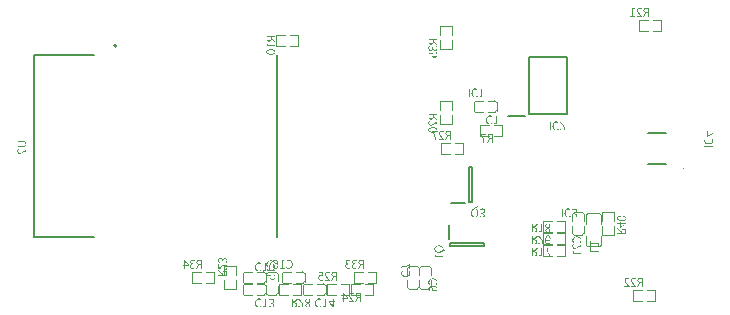
<source format=gbo>
G04 Layer: BottomSilkscreenLayer*
G04 EasyEDA v6.5.39, 2023-12-28 21:15:06*
G04 35ff57de02ea422eb169f7c644e1f47a,fc83978cdc934b7da63e149a84a413c2,10*
G04 Gerber Generator version 0.2*
G04 Scale: 100 percent, Rotated: No, Reflected: No *
G04 Dimensions in millimeters *
G04 leading zeros omitted , absolute positions ,4 integer and 5 decimal *
%FSLAX45Y45*%
%MOMM*%

%ADD10C,0.1016*%
%ADD11C,0.1270*%
%ADD12C,0.1999*%
%ADD13C,0.1001*%

%LPD*%
G36*
X2490978Y-645414D02*
G01*
X2490978Y-653796D01*
X2526284Y-653796D01*
X2526284Y-666750D01*
X2525420Y-674674D01*
X2522728Y-680516D01*
X2518156Y-684072D01*
X2511552Y-685292D01*
X2505100Y-684072D01*
X2500884Y-680516D01*
X2498547Y-674674D01*
X2497836Y-666750D01*
X2497836Y-653796D01*
X2490978Y-653796D01*
X2490978Y-668020D01*
X2491232Y-673506D01*
X2492044Y-678484D01*
X2493467Y-682904D01*
X2495550Y-686663D01*
X2498344Y-689762D01*
X2501900Y-691997D01*
X2506268Y-693420D01*
X2511552Y-693928D01*
X2519426Y-692708D01*
X2525471Y-689203D01*
X2529789Y-683768D01*
X2532380Y-676656D01*
X2565400Y-695706D01*
X2565400Y-686308D01*
X2533396Y-667766D01*
X2533396Y-653796D01*
X2565400Y-653796D01*
X2565400Y-645414D01*
G37*
G36*
X2558542Y-707644D02*
G01*
X2558542Y-724408D01*
X2501392Y-724408D01*
X2501392Y-711200D01*
X2496058Y-711200D01*
X2495143Y-715772D01*
X2493975Y-719785D01*
X2492603Y-723290D01*
X2490978Y-726440D01*
X2490978Y-732536D01*
X2558542Y-732536D01*
X2558542Y-747776D01*
X2565400Y-747776D01*
X2565400Y-707644D01*
G37*
G36*
X2527808Y-759460D02*
G01*
X2518816Y-759866D01*
X2511044Y-761085D01*
X2504490Y-763016D01*
X2499156Y-765657D01*
X2494991Y-768959D01*
X2492044Y-772871D01*
X2490317Y-777341D01*
X2489708Y-782320D01*
X2496312Y-782320D01*
X2496769Y-779221D01*
X2498191Y-776376D01*
X2500579Y-773887D01*
X2503982Y-771702D01*
X2508351Y-769975D01*
X2513787Y-768654D01*
X2520238Y-767842D01*
X2527808Y-767588D01*
X2535631Y-767842D01*
X2542286Y-768654D01*
X2547823Y-769975D01*
X2552344Y-771702D01*
X2555748Y-773887D01*
X2558186Y-776376D01*
X2559608Y-779221D01*
X2560066Y-782320D01*
X2559608Y-785520D01*
X2558186Y-788365D01*
X2555748Y-790905D01*
X2552344Y-793038D01*
X2547823Y-794715D01*
X2542286Y-795985D01*
X2535631Y-796798D01*
X2527808Y-797052D01*
X2520238Y-796798D01*
X2513787Y-795985D01*
X2508351Y-794715D01*
X2503982Y-793038D01*
X2500579Y-790905D01*
X2498191Y-788365D01*
X2496769Y-785520D01*
X2496312Y-782320D01*
X2489708Y-782320D01*
X2490317Y-787298D01*
X2492044Y-791768D01*
X2494991Y-795680D01*
X2499156Y-798982D01*
X2504490Y-801624D01*
X2511044Y-803554D01*
X2518816Y-804773D01*
X2527808Y-805180D01*
X2537002Y-804773D01*
X2544927Y-803554D01*
X2551582Y-801624D01*
X2557068Y-798982D01*
X2561285Y-795680D01*
X2564282Y-791768D01*
X2566060Y-787298D01*
X2566670Y-782320D01*
X2566060Y-777341D01*
X2564282Y-772871D01*
X2561285Y-768959D01*
X2557068Y-765657D01*
X2551582Y-763016D01*
X2544927Y-761085D01*
X2537002Y-759866D01*
G37*
G36*
X2425700Y-2564130D02*
G01*
X2418994Y-2564790D01*
X2412898Y-2566771D01*
X2407412Y-2569972D01*
X2402738Y-2574340D01*
X2398928Y-2579878D01*
X2396083Y-2586431D01*
X2394305Y-2594000D01*
X2393696Y-2602484D01*
X2394305Y-2611018D01*
X2396134Y-2618587D01*
X2399030Y-2625191D01*
X2402890Y-2630728D01*
X2407666Y-2635148D01*
X2413203Y-2638399D01*
X2419400Y-2640431D01*
X2426208Y-2641092D01*
X2432608Y-2640330D01*
X2438196Y-2638348D01*
X2442819Y-2635402D01*
X2446528Y-2631948D01*
X2441702Y-2626614D01*
X2438603Y-2629560D01*
X2434996Y-2631795D01*
X2430881Y-2633218D01*
X2426208Y-2633726D01*
X2421026Y-2633167D01*
X2416352Y-2631541D01*
X2412288Y-2628950D01*
X2408834Y-2625394D01*
X2406091Y-2620924D01*
X2404008Y-2615641D01*
X2402789Y-2609545D01*
X2402332Y-2602738D01*
X2402738Y-2595930D01*
X2404008Y-2589834D01*
X2405989Y-2584500D01*
X2408732Y-2579979D01*
X2412136Y-2576372D01*
X2416149Y-2573680D01*
X2420772Y-2572054D01*
X2425954Y-2571496D01*
X2431135Y-2572054D01*
X2435656Y-2573731D01*
X2439720Y-2576423D01*
X2443480Y-2580132D01*
X2448306Y-2574798D01*
X2443683Y-2570226D01*
X2438450Y-2566873D01*
X2432507Y-2564841D01*
G37*
G36*
X2535682Y-2564130D02*
G01*
X2530703Y-2564739D01*
X2526233Y-2566517D01*
X2522321Y-2569514D01*
X2519019Y-2573731D01*
X2516378Y-2579217D01*
X2514447Y-2585872D01*
X2513228Y-2593797D01*
X2512822Y-2602992D01*
X2520950Y-2602992D01*
X2521204Y-2595168D01*
X2522016Y-2588514D01*
X2523286Y-2582976D01*
X2524963Y-2578455D01*
X2527096Y-2575052D01*
X2529636Y-2572613D01*
X2532481Y-2571191D01*
X2535682Y-2570734D01*
X2538882Y-2571191D01*
X2541727Y-2572613D01*
X2544267Y-2575052D01*
X2546400Y-2578455D01*
X2548077Y-2582976D01*
X2549347Y-2588514D01*
X2550160Y-2595168D01*
X2550414Y-2602992D01*
X2550160Y-2610561D01*
X2549347Y-2617012D01*
X2548077Y-2622448D01*
X2546400Y-2626817D01*
X2544267Y-2630220D01*
X2541727Y-2632608D01*
X2538882Y-2634030D01*
X2535682Y-2634488D01*
X2532481Y-2634030D01*
X2529636Y-2632608D01*
X2527096Y-2630220D01*
X2524963Y-2626817D01*
X2523286Y-2622448D01*
X2522016Y-2617012D01*
X2521204Y-2610561D01*
X2520950Y-2602992D01*
X2512822Y-2602992D01*
X2513228Y-2611983D01*
X2514447Y-2619756D01*
X2516378Y-2626309D01*
X2519019Y-2631643D01*
X2522321Y-2635808D01*
X2526233Y-2638755D01*
X2530703Y-2640482D01*
X2535682Y-2641092D01*
X2540660Y-2640482D01*
X2545130Y-2638755D01*
X2548991Y-2635808D01*
X2552242Y-2631643D01*
X2554833Y-2626309D01*
X2556713Y-2619756D01*
X2557881Y-2611983D01*
X2558288Y-2602992D01*
X2557881Y-2593797D01*
X2556713Y-2585872D01*
X2554833Y-2579217D01*
X2552242Y-2573731D01*
X2548991Y-2569514D01*
X2545130Y-2566517D01*
X2540660Y-2564739D01*
G37*
G36*
X2461006Y-2565400D02*
G01*
X2461006Y-2572258D01*
X2477770Y-2572258D01*
X2477770Y-2629408D01*
X2464562Y-2629408D01*
X2464562Y-2634742D01*
X2469032Y-2635656D01*
X2472994Y-2636824D01*
X2476500Y-2638196D01*
X2479548Y-2639822D01*
X2485898Y-2639822D01*
X2485898Y-2572258D01*
X2501138Y-2572258D01*
X2501138Y-2565400D01*
G37*
G36*
X2102612Y-2522982D02*
G01*
X2097938Y-2523439D01*
X2093722Y-2524810D01*
X2090115Y-2526944D01*
X2087118Y-2529789D01*
X2084730Y-2533243D01*
X2082952Y-2537256D01*
X2081885Y-2541625D01*
X2081530Y-2546350D01*
X2082342Y-2554173D01*
X2084628Y-2560624D01*
X2087829Y-2565857D01*
X2091689Y-2569972D01*
X2097024Y-2565654D01*
X2093722Y-2562148D01*
X2090978Y-2557983D01*
X2089099Y-2552954D01*
X2088388Y-2546858D01*
X2089404Y-2540558D01*
X2092299Y-2535682D01*
X2096871Y-2532481D01*
X2102866Y-2531364D01*
X2109165Y-2532583D01*
X2114042Y-2536545D01*
X2117242Y-2543810D01*
X2118360Y-2554732D01*
X2124710Y-2554732D01*
X2125827Y-2544927D01*
X2128926Y-2538526D01*
X2133600Y-2534970D01*
X2139442Y-2533904D01*
X2144471Y-2534818D01*
X2148332Y-2537409D01*
X2150872Y-2541524D01*
X2151888Y-2546858D01*
X2151176Y-2551277D01*
X2149602Y-2555392D01*
X2147265Y-2559202D01*
X2144268Y-2562606D01*
X2149856Y-2567178D01*
X2153259Y-2562809D01*
X2156002Y-2558034D01*
X2157831Y-2552700D01*
X2158492Y-2546604D01*
X2157272Y-2538171D01*
X2153716Y-2531465D01*
X2147976Y-2527096D01*
X2140204Y-2525522D01*
X2133803Y-2526487D01*
X2128672Y-2529179D01*
X2124760Y-2533345D01*
X2121916Y-2538730D01*
X2121662Y-2538730D01*
X2119274Y-2532634D01*
X2115210Y-2527604D01*
X2109571Y-2524252D01*
G37*
G36*
X2082800Y-2578100D02*
G01*
X2082800Y-2624074D01*
X2087880Y-2624074D01*
X2095347Y-2615793D01*
X2102307Y-2608732D01*
X2108860Y-2602839D01*
X2115007Y-2598064D01*
X2120798Y-2594406D01*
X2126234Y-2591816D01*
X2131415Y-2590292D01*
X2136394Y-2589784D01*
X2142540Y-2590647D01*
X2147468Y-2593289D01*
X2150719Y-2597708D01*
X2151888Y-2604008D01*
X2151176Y-2608427D01*
X2149246Y-2612542D01*
X2146401Y-2616352D01*
X2142998Y-2619756D01*
X2147570Y-2624582D01*
X2152040Y-2620010D01*
X2155494Y-2615031D01*
X2157730Y-2609392D01*
X2158492Y-2602992D01*
X2158085Y-2598267D01*
X2156917Y-2594102D01*
X2155088Y-2590444D01*
X2152548Y-2587396D01*
X2149348Y-2584907D01*
X2145639Y-2583129D01*
X2141372Y-2582011D01*
X2136648Y-2581656D01*
X2131009Y-2582214D01*
X2125319Y-2583789D01*
X2119579Y-2586329D01*
X2113788Y-2589784D01*
X2107895Y-2594102D01*
X2101850Y-2599232D01*
X2095703Y-2605074D01*
X2089404Y-2611628D01*
X2089912Y-2599436D01*
X2089912Y-2578100D01*
G37*
G36*
X2082800Y-2631694D02*
G01*
X2082800Y-2641092D01*
X2114804Y-2659634D01*
X2114804Y-2673604D01*
X2121916Y-2673604D01*
X2121916Y-2660650D01*
X2122779Y-2652725D01*
X2125472Y-2646883D01*
X2130044Y-2643327D01*
X2136648Y-2642108D01*
X2143099Y-2643327D01*
X2147316Y-2646883D01*
X2149652Y-2652725D01*
X2150364Y-2660650D01*
X2150364Y-2673604D01*
X2082800Y-2673604D01*
X2082800Y-2681986D01*
X2157222Y-2681986D01*
X2157222Y-2659380D01*
X2156968Y-2653893D01*
X2156155Y-2648915D01*
X2154732Y-2644495D01*
X2152650Y-2640685D01*
X2149856Y-2637637D01*
X2146300Y-2635351D01*
X2141931Y-2633980D01*
X2136648Y-2633472D01*
X2128774Y-2634691D01*
X2122728Y-2638196D01*
X2118410Y-2643632D01*
X2115820Y-2650744D01*
G37*
G36*
X382778Y-1534160D02*
G01*
X382778Y-1542542D01*
X427228Y-1542542D01*
X438658Y-1543913D01*
X446024Y-1547723D01*
X449935Y-1553362D01*
X451104Y-1560322D01*
X450850Y-1564030D01*
X449935Y-1567484D01*
X448360Y-1570583D01*
X446024Y-1573276D01*
X442823Y-1575511D01*
X438658Y-1577187D01*
X433527Y-1578254D01*
X427228Y-1578610D01*
X382778Y-1578610D01*
X382778Y-1586738D01*
X426974Y-1586738D01*
X435101Y-1586230D01*
X441858Y-1584706D01*
X447344Y-1582267D01*
X451561Y-1579067D01*
X454710Y-1575155D01*
X456895Y-1570685D01*
X458063Y-1565706D01*
X458470Y-1560322D01*
X458063Y-1555038D01*
X456895Y-1550111D01*
X454710Y-1545691D01*
X451561Y-1541830D01*
X447344Y-1538630D01*
X441858Y-1536192D01*
X435101Y-1534668D01*
X426974Y-1534160D01*
G37*
G36*
X392430Y-1600708D02*
G01*
X387959Y-1605381D01*
X384505Y-1610410D01*
X382270Y-1616049D01*
X381508Y-1622552D01*
X381914Y-1627276D01*
X383082Y-1631442D01*
X384962Y-1635099D01*
X387502Y-1638198D01*
X390652Y-1640636D01*
X394360Y-1642414D01*
X398627Y-1643532D01*
X403352Y-1643888D01*
X408990Y-1643329D01*
X414680Y-1641754D01*
X420420Y-1639163D01*
X426212Y-1635658D01*
X432104Y-1631340D01*
X438150Y-1626209D01*
X444296Y-1620367D01*
X450596Y-1613916D01*
X450088Y-1626107D01*
X450088Y-1647443D01*
X457200Y-1647443D01*
X457200Y-1601216D01*
X452120Y-1601216D01*
X444652Y-1609547D01*
X437692Y-1616710D01*
X431139Y-1622653D01*
X424992Y-1627428D01*
X419201Y-1631137D01*
X413766Y-1633728D01*
X408584Y-1635251D01*
X403606Y-1635760D01*
X397459Y-1634896D01*
X392531Y-1632254D01*
X389280Y-1627835D01*
X388112Y-1621536D01*
X388823Y-1617065D01*
X390753Y-1612900D01*
X393598Y-1609090D01*
X397002Y-1605788D01*
G37*
G36*
X5119116Y-2342896D02*
G01*
X5110581Y-2343505D01*
X5103012Y-2345334D01*
X5096408Y-2348230D01*
X5090871Y-2352090D01*
X5086451Y-2356866D01*
X5083200Y-2362403D01*
X5081168Y-2368600D01*
X5080508Y-2375408D01*
X5081270Y-2381808D01*
X5083251Y-2387396D01*
X5086197Y-2392019D01*
X5089652Y-2395728D01*
X5094986Y-2390902D01*
X5092039Y-2387803D01*
X5089804Y-2384196D01*
X5088382Y-2380081D01*
X5087874Y-2375408D01*
X5088432Y-2370226D01*
X5090058Y-2365552D01*
X5092649Y-2361488D01*
X5096205Y-2358034D01*
X5100675Y-2355291D01*
X5105958Y-2353208D01*
X5112054Y-2351989D01*
X5118862Y-2351532D01*
X5125669Y-2351938D01*
X5131765Y-2353208D01*
X5137099Y-2355189D01*
X5141620Y-2357932D01*
X5145227Y-2361336D01*
X5147919Y-2365349D01*
X5149545Y-2369972D01*
X5150104Y-2375154D01*
X5149545Y-2380335D01*
X5147868Y-2384856D01*
X5145176Y-2388920D01*
X5141468Y-2392680D01*
X5146802Y-2397506D01*
X5151374Y-2392883D01*
X5154726Y-2387650D01*
X5156758Y-2381707D01*
X5157470Y-2374900D01*
X5156809Y-2368194D01*
X5154828Y-2362098D01*
X5151628Y-2356612D01*
X5147259Y-2351938D01*
X5141722Y-2348128D01*
X5135168Y-2345283D01*
X5127599Y-2343505D01*
G37*
G36*
X5091430Y-2405380D02*
G01*
X5086959Y-2409901D01*
X5083505Y-2414828D01*
X5081270Y-2420467D01*
X5080508Y-2426970D01*
X5080914Y-2431694D01*
X5082082Y-2435860D01*
X5083962Y-2439517D01*
X5086502Y-2442565D01*
X5089652Y-2445054D01*
X5093360Y-2446832D01*
X5097627Y-2447950D01*
X5102352Y-2448306D01*
X5107990Y-2447747D01*
X5113680Y-2446172D01*
X5119420Y-2443581D01*
X5125212Y-2440076D01*
X5131104Y-2435758D01*
X5137150Y-2430627D01*
X5143296Y-2424785D01*
X5149596Y-2418334D01*
X5149088Y-2430526D01*
X5149088Y-2451862D01*
X5156200Y-2451862D01*
X5156200Y-2405888D01*
X5151120Y-2405888D01*
X5143652Y-2414168D01*
X5136692Y-2421229D01*
X5130139Y-2427122D01*
X5123992Y-2431897D01*
X5118201Y-2435555D01*
X5112766Y-2438146D01*
X5107584Y-2439670D01*
X5102606Y-2440178D01*
X5096459Y-2439314D01*
X5091531Y-2436672D01*
X5088280Y-2432253D01*
X5087112Y-2425954D01*
X5087823Y-2421534D01*
X5089753Y-2417419D01*
X5092598Y-2413609D01*
X5096002Y-2410206D01*
G37*
G36*
X5149342Y-2466086D02*
G01*
X5149342Y-2482596D01*
X5092192Y-2482596D01*
X5092192Y-2469642D01*
X5086858Y-2469642D01*
X5085943Y-2474112D01*
X5084775Y-2478074D01*
X5083403Y-2481580D01*
X5081778Y-2484628D01*
X5081778Y-2490978D01*
X5149342Y-2490978D01*
X5149342Y-2505964D01*
X5156200Y-2505964D01*
X5156200Y-2466086D01*
G37*
G36*
X5232400Y-2385568D02*
G01*
X5232400Y-2425700D01*
X5239258Y-2425700D01*
X5239258Y-2408936D01*
X5296408Y-2408936D01*
X5296408Y-2422144D01*
X5301742Y-2422144D01*
X5302656Y-2417673D01*
X5303824Y-2413711D01*
X5305196Y-2410206D01*
X5306822Y-2407158D01*
X5306822Y-2400808D01*
X5239258Y-2400808D01*
X5239258Y-2385568D01*
G37*
G36*
X5232400Y-2437384D02*
G01*
X5232400Y-2478786D01*
X5306822Y-2478786D01*
X5306822Y-2470404D01*
X5239512Y-2470404D01*
X5239512Y-2437384D01*
G37*
G36*
X5498592Y-2166620D02*
G01*
X5489397Y-2167026D01*
X5481472Y-2168245D01*
X5474817Y-2170176D01*
X5469331Y-2172817D01*
X5465114Y-2176119D01*
X5462117Y-2180031D01*
X5460339Y-2184501D01*
X5459730Y-2189480D01*
X5466334Y-2189480D01*
X5466791Y-2186279D01*
X5468213Y-2183434D01*
X5470652Y-2180894D01*
X5474106Y-2178761D01*
X5478576Y-2177084D01*
X5484114Y-2175814D01*
X5490768Y-2175002D01*
X5498592Y-2174748D01*
X5506161Y-2175002D01*
X5512612Y-2175814D01*
X5518048Y-2177084D01*
X5522417Y-2178761D01*
X5525820Y-2180894D01*
X5528208Y-2183434D01*
X5529630Y-2186279D01*
X5530088Y-2189480D01*
X5529630Y-2192578D01*
X5528208Y-2195423D01*
X5525820Y-2197912D01*
X5522417Y-2200097D01*
X5518048Y-2201824D01*
X5512612Y-2203145D01*
X5506161Y-2203958D01*
X5498592Y-2204212D01*
X5490768Y-2203958D01*
X5484114Y-2203145D01*
X5478576Y-2201824D01*
X5474106Y-2200097D01*
X5470652Y-2197912D01*
X5468213Y-2195423D01*
X5466791Y-2192578D01*
X5466334Y-2189480D01*
X5459730Y-2189480D01*
X5460339Y-2194458D01*
X5462117Y-2198928D01*
X5465114Y-2202840D01*
X5469331Y-2206142D01*
X5474817Y-2208784D01*
X5481472Y-2210714D01*
X5489397Y-2211933D01*
X5498592Y-2212340D01*
X5507583Y-2211933D01*
X5515356Y-2210714D01*
X5521909Y-2208784D01*
X5527243Y-2206142D01*
X5531408Y-2202840D01*
X5534355Y-2198928D01*
X5536082Y-2194458D01*
X5536692Y-2189480D01*
X5536082Y-2184501D01*
X5534355Y-2180031D01*
X5531408Y-2176119D01*
X5527243Y-2172817D01*
X5521909Y-2170176D01*
X5515356Y-2168245D01*
X5507583Y-2167026D01*
G37*
G36*
X5481828Y-2220468D02*
G01*
X5481828Y-2230628D01*
X5461000Y-2230628D01*
X5461000Y-2238502D01*
X5481828Y-2238502D01*
X5481828Y-2262378D01*
X5488432Y-2262378D01*
X5488432Y-2238502D01*
X5515610Y-2238451D01*
X5525770Y-2237994D01*
X5525770Y-2238502D01*
X5514848Y-2244344D01*
X5488432Y-2262378D01*
X5481828Y-2262378D01*
X5481828Y-2271268D01*
X5487162Y-2271268D01*
X5535422Y-2239518D01*
X5535422Y-2230628D01*
X5488432Y-2230628D01*
X5488432Y-2220468D01*
G37*
G36*
X5461000Y-2276094D02*
G01*
X5461000Y-2285492D01*
X5493004Y-2304034D01*
X5493004Y-2318004D01*
X5500116Y-2318004D01*
X5500116Y-2305050D01*
X5500979Y-2297125D01*
X5503672Y-2291283D01*
X5508244Y-2287727D01*
X5514848Y-2286508D01*
X5521299Y-2287727D01*
X5525516Y-2291283D01*
X5527852Y-2297125D01*
X5528564Y-2305050D01*
X5528564Y-2318004D01*
X5461000Y-2318004D01*
X5461000Y-2326386D01*
X5535422Y-2326386D01*
X5535422Y-2303780D01*
X5535168Y-2298293D01*
X5534355Y-2293315D01*
X5532932Y-2288895D01*
X5530850Y-2285085D01*
X5528056Y-2282037D01*
X5524500Y-2279751D01*
X5520131Y-2278380D01*
X5514848Y-2277872D01*
X5506974Y-2279091D01*
X5500928Y-2282596D01*
X5496610Y-2288032D01*
X5494020Y-2295144D01*
G37*
G36*
X4381500Y-1319530D02*
G01*
X4374794Y-1320190D01*
X4368698Y-1322171D01*
X4363212Y-1325372D01*
X4358538Y-1329740D01*
X4354728Y-1335278D01*
X4351883Y-1341831D01*
X4350105Y-1349400D01*
X4349496Y-1357884D01*
X4350105Y-1366418D01*
X4351934Y-1373987D01*
X4354830Y-1380591D01*
X4358690Y-1386128D01*
X4363466Y-1390548D01*
X4369003Y-1393799D01*
X4375200Y-1395831D01*
X4382008Y-1396492D01*
X4388408Y-1395730D01*
X4393996Y-1393748D01*
X4398619Y-1390802D01*
X4402328Y-1387348D01*
X4397502Y-1382014D01*
X4394403Y-1384960D01*
X4390796Y-1387195D01*
X4386681Y-1388618D01*
X4382008Y-1389126D01*
X4376826Y-1388567D01*
X4372152Y-1386941D01*
X4368088Y-1384350D01*
X4364634Y-1380794D01*
X4361891Y-1376324D01*
X4359808Y-1371041D01*
X4358589Y-1364945D01*
X4358132Y-1358138D01*
X4358538Y-1351330D01*
X4359808Y-1345234D01*
X4361789Y-1339900D01*
X4364532Y-1335379D01*
X4367936Y-1331772D01*
X4371949Y-1329080D01*
X4376572Y-1327454D01*
X4381754Y-1326896D01*
X4386935Y-1327454D01*
X4391456Y-1329131D01*
X4395520Y-1331823D01*
X4399280Y-1335532D01*
X4404106Y-1330198D01*
X4399483Y-1325626D01*
X4394250Y-1322273D01*
X4388307Y-1320241D01*
G37*
G36*
X4416806Y-1320800D02*
G01*
X4416806Y-1327658D01*
X4433570Y-1327658D01*
X4433570Y-1384808D01*
X4420362Y-1384808D01*
X4420362Y-1390142D01*
X4424832Y-1391056D01*
X4428794Y-1392224D01*
X4432300Y-1393596D01*
X4435348Y-1395222D01*
X4441698Y-1395222D01*
X4441698Y-1327658D01*
X4456938Y-1327658D01*
X4456938Y-1320800D01*
G37*
G36*
X4258056Y-1090930D02*
G01*
X4251452Y-1091590D01*
X4245356Y-1093571D01*
X4239869Y-1096772D01*
X4235196Y-1101140D01*
X4231335Y-1106678D01*
X4228490Y-1113231D01*
X4226661Y-1120800D01*
X4226052Y-1129284D01*
X4226712Y-1137818D01*
X4228541Y-1145387D01*
X4231487Y-1151991D01*
X4235399Y-1157528D01*
X4240174Y-1161948D01*
X4245762Y-1165199D01*
X4252010Y-1167231D01*
X4258818Y-1167892D01*
X4265117Y-1167130D01*
X4270654Y-1165148D01*
X4275277Y-1162202D01*
X4278884Y-1158748D01*
X4274312Y-1153414D01*
X4271213Y-1156360D01*
X4267606Y-1158595D01*
X4263491Y-1160018D01*
X4258818Y-1160526D01*
X4253636Y-1159967D01*
X4248962Y-1158341D01*
X4244797Y-1155750D01*
X4241342Y-1152194D01*
X4238498Y-1147724D01*
X4236415Y-1142441D01*
X4235145Y-1136345D01*
X4234688Y-1129538D01*
X4235094Y-1122730D01*
X4236364Y-1116634D01*
X4238345Y-1111300D01*
X4241088Y-1106779D01*
X4244543Y-1103172D01*
X4248607Y-1100480D01*
X4253331Y-1098854D01*
X4258564Y-1098296D01*
X4263644Y-1098854D01*
X4268165Y-1100531D01*
X4272330Y-1103223D01*
X4276090Y-1106932D01*
X4280916Y-1101598D01*
X4276242Y-1097026D01*
X4270908Y-1093673D01*
X4264863Y-1091641D01*
G37*
G36*
X4201414Y-1092200D02*
G01*
X4201414Y-1166622D01*
X4209796Y-1166622D01*
X4209796Y-1092200D01*
G37*
G36*
X4293616Y-1092200D02*
G01*
X4293616Y-1099058D01*
X4310380Y-1099058D01*
X4310380Y-1156208D01*
X4297172Y-1156208D01*
X4297172Y-1161542D01*
X4301642Y-1162456D01*
X4305604Y-1163624D01*
X4309110Y-1164996D01*
X4312158Y-1166622D01*
X4318508Y-1166622D01*
X4318508Y-1099058D01*
X4333748Y-1099058D01*
X4333748Y-1092200D01*
G37*
G36*
X4943856Y-1370330D02*
G01*
X4937252Y-1370990D01*
X4931156Y-1372971D01*
X4925669Y-1376172D01*
X4920996Y-1380540D01*
X4917135Y-1386078D01*
X4914290Y-1392631D01*
X4912461Y-1400200D01*
X4911852Y-1408684D01*
X4912512Y-1417218D01*
X4914341Y-1424787D01*
X4917287Y-1431391D01*
X4921199Y-1436928D01*
X4925974Y-1441348D01*
X4931562Y-1444599D01*
X4937810Y-1446631D01*
X4944618Y-1447292D01*
X4950917Y-1446530D01*
X4956454Y-1444548D01*
X4961077Y-1441602D01*
X4964684Y-1438148D01*
X4960112Y-1432814D01*
X4957013Y-1435760D01*
X4953406Y-1437995D01*
X4949291Y-1439418D01*
X4944618Y-1439926D01*
X4939436Y-1439367D01*
X4934762Y-1437741D01*
X4930597Y-1435150D01*
X4927142Y-1431594D01*
X4924298Y-1427124D01*
X4922215Y-1421841D01*
X4920945Y-1415745D01*
X4920488Y-1408938D01*
X4920894Y-1402130D01*
X4922164Y-1396034D01*
X4924145Y-1390700D01*
X4926888Y-1386179D01*
X4930343Y-1382572D01*
X4934407Y-1379880D01*
X4939131Y-1378254D01*
X4944364Y-1377696D01*
X4949444Y-1378254D01*
X4953965Y-1379931D01*
X4958130Y-1382623D01*
X4961890Y-1386332D01*
X4966716Y-1380998D01*
X4962042Y-1376426D01*
X4956708Y-1373073D01*
X4950663Y-1371041D01*
G37*
G36*
X4887214Y-1371600D02*
G01*
X4887214Y-1446022D01*
X4895596Y-1446022D01*
X4895596Y-1371600D01*
G37*
G36*
X4974844Y-1371600D02*
G01*
X4974844Y-1376680D01*
X4983175Y-1384147D01*
X4990338Y-1391107D01*
X4996281Y-1397660D01*
X5001056Y-1403807D01*
X5004765Y-1409598D01*
X5007356Y-1415034D01*
X5008880Y-1420215D01*
X5009388Y-1425194D01*
X5008524Y-1431340D01*
X5005882Y-1436268D01*
X5001463Y-1439519D01*
X4995164Y-1440688D01*
X4990693Y-1439976D01*
X4986528Y-1438046D01*
X4982718Y-1435201D01*
X4979416Y-1431798D01*
X4974336Y-1436370D01*
X4979009Y-1440840D01*
X4984038Y-1444294D01*
X4989677Y-1446530D01*
X4996180Y-1447292D01*
X5000904Y-1446885D01*
X5005070Y-1445717D01*
X5008727Y-1443837D01*
X5011826Y-1441348D01*
X5014264Y-1438148D01*
X5016042Y-1434439D01*
X5017160Y-1430172D01*
X5017516Y-1425448D01*
X5016957Y-1419809D01*
X5015382Y-1414119D01*
X5012791Y-1408379D01*
X5009286Y-1402588D01*
X5004968Y-1396695D01*
X4999837Y-1390650D01*
X4993995Y-1384503D01*
X4987544Y-1378204D01*
X4999736Y-1378712D01*
X5021072Y-1378712D01*
X5021072Y-1371600D01*
G37*
G36*
X5045456Y-2106930D02*
G01*
X5038852Y-2107590D01*
X5032756Y-2109571D01*
X5027269Y-2112772D01*
X5022596Y-2117140D01*
X5018735Y-2122678D01*
X5015890Y-2129231D01*
X5014061Y-2136800D01*
X5013452Y-2145284D01*
X5014112Y-2153818D01*
X5015941Y-2161387D01*
X5018887Y-2167991D01*
X5022799Y-2173528D01*
X5027574Y-2177948D01*
X5033162Y-2181199D01*
X5039410Y-2183231D01*
X5046218Y-2183892D01*
X5052517Y-2183130D01*
X5058054Y-2181148D01*
X5062677Y-2178202D01*
X5066284Y-2174748D01*
X5061712Y-2169414D01*
X5058613Y-2172360D01*
X5055006Y-2174595D01*
X5050891Y-2176018D01*
X5046218Y-2176526D01*
X5041036Y-2175967D01*
X5036362Y-2174341D01*
X5032197Y-2171750D01*
X5028742Y-2168194D01*
X5025898Y-2163724D01*
X5023815Y-2158441D01*
X5022545Y-2152345D01*
X5022088Y-2145538D01*
X5022494Y-2138730D01*
X5023764Y-2132634D01*
X5025745Y-2127300D01*
X5028488Y-2122779D01*
X5031943Y-2119172D01*
X5036007Y-2116480D01*
X5040731Y-2114854D01*
X5045964Y-2114296D01*
X5051044Y-2114854D01*
X5055565Y-2116531D01*
X5059730Y-2119223D01*
X5063490Y-2122932D01*
X5068316Y-2117598D01*
X5063642Y-2113026D01*
X5058308Y-2109673D01*
X5052263Y-2107641D01*
G37*
G36*
X5098542Y-2106930D02*
G01*
X5090718Y-2107742D01*
X5084267Y-2110028D01*
X5079034Y-2113229D01*
X5074920Y-2117090D01*
X5079238Y-2122424D01*
X5082743Y-2119122D01*
X5086908Y-2116378D01*
X5091938Y-2114499D01*
X5098034Y-2113788D01*
X5104333Y-2114804D01*
X5109210Y-2117699D01*
X5112410Y-2122271D01*
X5113528Y-2128266D01*
X5112308Y-2134565D01*
X5108295Y-2139442D01*
X5101082Y-2142642D01*
X5090160Y-2143760D01*
X5090160Y-2150110D01*
X5099964Y-2151227D01*
X5106365Y-2154326D01*
X5109921Y-2159000D01*
X5110988Y-2164842D01*
X5110073Y-2169871D01*
X5107482Y-2173732D01*
X5103368Y-2176272D01*
X5098034Y-2177288D01*
X5093614Y-2176576D01*
X5089499Y-2175002D01*
X5085689Y-2172665D01*
X5082286Y-2169668D01*
X5077714Y-2175256D01*
X5082082Y-2178659D01*
X5086858Y-2181402D01*
X5092192Y-2183231D01*
X5098288Y-2183892D01*
X5106720Y-2182672D01*
X5113426Y-2179116D01*
X5117795Y-2173376D01*
X5119370Y-2165604D01*
X5118404Y-2159203D01*
X5115712Y-2154072D01*
X5111546Y-2150160D01*
X5106162Y-2147316D01*
X5106162Y-2147062D01*
X5112258Y-2144674D01*
X5117287Y-2140559D01*
X5120640Y-2134971D01*
X5121910Y-2128012D01*
X5121452Y-2123338D01*
X5120081Y-2119122D01*
X5117947Y-2115515D01*
X5115102Y-2112518D01*
X5111648Y-2110130D01*
X5107635Y-2108352D01*
X5103266Y-2107285D01*
G37*
G36*
X4988814Y-2108200D02*
G01*
X4988814Y-2182622D01*
X4997196Y-2182622D01*
X4997196Y-2108200D01*
G37*
G36*
X4386580Y-1474978D02*
G01*
X4381093Y-1475232D01*
X4376115Y-1476044D01*
X4371695Y-1477467D01*
X4367936Y-1479550D01*
X4364837Y-1482344D01*
X4362602Y-1485900D01*
X4361180Y-1490268D01*
X4360672Y-1495552D01*
X4369308Y-1495552D01*
X4370527Y-1489100D01*
X4374083Y-1484884D01*
X4379925Y-1482547D01*
X4387850Y-1481836D01*
X4400804Y-1481836D01*
X4400804Y-1510284D01*
X4387850Y-1510284D01*
X4379925Y-1509420D01*
X4374083Y-1506728D01*
X4370527Y-1502156D01*
X4369308Y-1495552D01*
X4360672Y-1495552D01*
X4361891Y-1503426D01*
X4365396Y-1509471D01*
X4370832Y-1513789D01*
X4377944Y-1516380D01*
X4358894Y-1549400D01*
X4368292Y-1549400D01*
X4386834Y-1517396D01*
X4400804Y-1517396D01*
X4400804Y-1549400D01*
X4409186Y-1549400D01*
X4409186Y-1474978D01*
G37*
G36*
X4304792Y-1474978D02*
G01*
X4304792Y-1480058D01*
X4308957Y-1485595D01*
X4312513Y-1491030D01*
X4315561Y-1496364D01*
X4318152Y-1501648D01*
X4320286Y-1506982D01*
X4322013Y-1512366D01*
X4323435Y-1517853D01*
X4324553Y-1523593D01*
X4325416Y-1529537D01*
X4326534Y-1542389D01*
X4326890Y-1549400D01*
X4335526Y-1549400D01*
X4334560Y-1535836D01*
X4332782Y-1523695D01*
X4330039Y-1512620D01*
X4328261Y-1507337D01*
X4326178Y-1502206D01*
X4323791Y-1497126D01*
X4321048Y-1492148D01*
X4317949Y-1487119D01*
X4314444Y-1482090D01*
X4351020Y-1482090D01*
X4351020Y-1474978D01*
G37*
G36*
X4734814Y-2438400D02*
G01*
X4734814Y-2477516D01*
X4756150Y-2477516D01*
X4764074Y-2478379D01*
X4769916Y-2481072D01*
X4773472Y-2485644D01*
X4774692Y-2492248D01*
X4773472Y-2498699D01*
X4769916Y-2502916D01*
X4764074Y-2505252D01*
X4756150Y-2505964D01*
X4743196Y-2505964D01*
X4743196Y-2477516D01*
X4734814Y-2477516D01*
X4734814Y-2512822D01*
X4757420Y-2512822D01*
X4762906Y-2512568D01*
X4767884Y-2511755D01*
X4772304Y-2510332D01*
X4776114Y-2508250D01*
X4779162Y-2505456D01*
X4781397Y-2501900D01*
X4782820Y-2497531D01*
X4783328Y-2492248D01*
X4782108Y-2484374D01*
X4778603Y-2478328D01*
X4773168Y-2474010D01*
X4766056Y-2471420D01*
X4785106Y-2438400D01*
X4775708Y-2438400D01*
X4757166Y-2470404D01*
X4743196Y-2470404D01*
X4743196Y-2438400D01*
G37*
G36*
X4797044Y-2438400D02*
G01*
X4797044Y-2445258D01*
X4813808Y-2445258D01*
X4813808Y-2502408D01*
X4800600Y-2502408D01*
X4800600Y-2507742D01*
X4805172Y-2508656D01*
X4809185Y-2509824D01*
X4812690Y-2511196D01*
X4815840Y-2512822D01*
X4821936Y-2512822D01*
X4821936Y-2445258D01*
X4837176Y-2445258D01*
X4837176Y-2438400D01*
G37*
G36*
X4864100Y-2438400D02*
G01*
X4865116Y-2451963D01*
X4865878Y-2458161D01*
X4866944Y-2464104D01*
X4868214Y-2469743D01*
X4869738Y-2475179D01*
X4871516Y-2480462D01*
X4873650Y-2485593D01*
X4876088Y-2490673D01*
X4878832Y-2495651D01*
X4881930Y-2500680D01*
X4885436Y-2505710D01*
X4848860Y-2505710D01*
X4848860Y-2512822D01*
X4894834Y-2512822D01*
X4894834Y-2507742D01*
X4890719Y-2502204D01*
X4887214Y-2496769D01*
X4884166Y-2491435D01*
X4881575Y-2486152D01*
X4879441Y-2480818D01*
X4877714Y-2475433D01*
X4876241Y-2469946D01*
X4875123Y-2464206D01*
X4873599Y-2452014D01*
X4872736Y-2438400D01*
G37*
G36*
X4871974Y-2233930D02*
G01*
X4862626Y-2235403D01*
X4855108Y-2239568D01*
X4850130Y-2245817D01*
X4848352Y-2253742D01*
X4848441Y-2254250D01*
X4855972Y-2254250D01*
X4857191Y-2248611D01*
X4860594Y-2244090D01*
X4865725Y-2241092D01*
X4872228Y-2240026D01*
X4878273Y-2241042D01*
X4882946Y-2243785D01*
X4885893Y-2247950D01*
X4886960Y-2253234D01*
X4885334Y-2259939D01*
X4880914Y-2264765D01*
X4874412Y-2268524D01*
X4866640Y-2271776D01*
X4862423Y-2268372D01*
X4859020Y-2264257D01*
X4856784Y-2259533D01*
X4855972Y-2254250D01*
X4848441Y-2254250D01*
X4849571Y-2260650D01*
X4852771Y-2266391D01*
X4857242Y-2271014D01*
X4862322Y-2274316D01*
X4862322Y-2274824D01*
X4858461Y-2277872D01*
X4855260Y-2281732D01*
X4852974Y-2286355D01*
X4852162Y-2291842D01*
X4859782Y-2291842D01*
X4861255Y-2285847D01*
X4865065Y-2281377D01*
X4870602Y-2278024D01*
X4877054Y-2275332D01*
X4880559Y-2278735D01*
X4883099Y-2282494D01*
X4884674Y-2286457D01*
X4885182Y-2290572D01*
X4884318Y-2295906D01*
X4881778Y-2300274D01*
X4877663Y-2303221D01*
X4872228Y-2304288D01*
X4867300Y-2303373D01*
X4863338Y-2300833D01*
X4860747Y-2296871D01*
X4859782Y-2291842D01*
X4852162Y-2291842D01*
X4853686Y-2299512D01*
X4857902Y-2305405D01*
X4864252Y-2309266D01*
X4872228Y-2310638D01*
X4880762Y-2309164D01*
X4887163Y-2305151D01*
X4891176Y-2298954D01*
X4892548Y-2291080D01*
X4891582Y-2285390D01*
X4889093Y-2280361D01*
X4885791Y-2276144D01*
X4882388Y-2273046D01*
X4882388Y-2272538D01*
X4887163Y-2269286D01*
X4891227Y-2265121D01*
X4894021Y-2259787D01*
X4895088Y-2252980D01*
X4893411Y-2245512D01*
X4888687Y-2239467D01*
X4881372Y-2235403D01*
G37*
G36*
X4734814Y-2235200D02*
G01*
X4734814Y-2274316D01*
X4756150Y-2274316D01*
X4764074Y-2275179D01*
X4769916Y-2277872D01*
X4773472Y-2282444D01*
X4774692Y-2289048D01*
X4773472Y-2295499D01*
X4769916Y-2299716D01*
X4764074Y-2302052D01*
X4756150Y-2302764D01*
X4743196Y-2302764D01*
X4743196Y-2274316D01*
X4734814Y-2274316D01*
X4734814Y-2309622D01*
X4757420Y-2309622D01*
X4762906Y-2309368D01*
X4767884Y-2308555D01*
X4772304Y-2307132D01*
X4776114Y-2305050D01*
X4779162Y-2302256D01*
X4781397Y-2298700D01*
X4782820Y-2294331D01*
X4783328Y-2289048D01*
X4782108Y-2281174D01*
X4778603Y-2275128D01*
X4773168Y-2270810D01*
X4766056Y-2268220D01*
X4785106Y-2235200D01*
X4775708Y-2235200D01*
X4757166Y-2267204D01*
X4743196Y-2267204D01*
X4743196Y-2235200D01*
G37*
G36*
X4797044Y-2235200D02*
G01*
X4797044Y-2242058D01*
X4813808Y-2242058D01*
X4813808Y-2299208D01*
X4800600Y-2299208D01*
X4800600Y-2304542D01*
X4805172Y-2305456D01*
X4809185Y-2306624D01*
X4812690Y-2307996D01*
X4815840Y-2309622D01*
X4821936Y-2309622D01*
X4821936Y-2242058D01*
X4837176Y-2242058D01*
X4837176Y-2235200D01*
G37*
G36*
X3862578Y-1305814D02*
G01*
X3862578Y-1314196D01*
X3897884Y-1314196D01*
X3897884Y-1327150D01*
X3897020Y-1335074D01*
X3894328Y-1340916D01*
X3889756Y-1344472D01*
X3883151Y-1345692D01*
X3876700Y-1344472D01*
X3872484Y-1340916D01*
X3870147Y-1335074D01*
X3869436Y-1327150D01*
X3869436Y-1314196D01*
X3862578Y-1314196D01*
X3862578Y-1328420D01*
X3862832Y-1333906D01*
X3863644Y-1338884D01*
X3865067Y-1343304D01*
X3867150Y-1347114D01*
X3869944Y-1350162D01*
X3873500Y-1352448D01*
X3877868Y-1353820D01*
X3883151Y-1354328D01*
X3891026Y-1353108D01*
X3897071Y-1349603D01*
X3901389Y-1344168D01*
X3903979Y-1337056D01*
X3937000Y-1356106D01*
X3937000Y-1346708D01*
X3904996Y-1328166D01*
X3904996Y-1314196D01*
X3937000Y-1314196D01*
X3937000Y-1305814D01*
G37*
G36*
X3872229Y-1363218D02*
G01*
X3867759Y-1367790D01*
X3864305Y-1372768D01*
X3862070Y-1378407D01*
X3861308Y-1384808D01*
X3861714Y-1389532D01*
X3862882Y-1393698D01*
X3864762Y-1397355D01*
X3867302Y-1400403D01*
X3870451Y-1402892D01*
X3874160Y-1404670D01*
X3878427Y-1405788D01*
X3883151Y-1406144D01*
X3888790Y-1405585D01*
X3894480Y-1404010D01*
X3900220Y-1401470D01*
X3906012Y-1398016D01*
X3911904Y-1393698D01*
X3917950Y-1388567D01*
X3924096Y-1382725D01*
X3930396Y-1376172D01*
X3929887Y-1388364D01*
X3929887Y-1409700D01*
X3937000Y-1409700D01*
X3937000Y-1363726D01*
X3931920Y-1363726D01*
X3924452Y-1372006D01*
X3917492Y-1379067D01*
X3910939Y-1384960D01*
X3904792Y-1389735D01*
X3899001Y-1393393D01*
X3893565Y-1395984D01*
X3888384Y-1397508D01*
X3883406Y-1398016D01*
X3877259Y-1397152D01*
X3872331Y-1394510D01*
X3869080Y-1390091D01*
X3867912Y-1383792D01*
X3868623Y-1379372D01*
X3870553Y-1375257D01*
X3873398Y-1371447D01*
X3876801Y-1368044D01*
G37*
G36*
X3899408Y-1419860D02*
G01*
X3890416Y-1420266D01*
X3882644Y-1421485D01*
X3876090Y-1423416D01*
X3870756Y-1426057D01*
X3866591Y-1429359D01*
X3863644Y-1433271D01*
X3861917Y-1437741D01*
X3861308Y-1442720D01*
X3867912Y-1442720D01*
X3868369Y-1439621D01*
X3869791Y-1436776D01*
X3872179Y-1434287D01*
X3875582Y-1432102D01*
X3879951Y-1430375D01*
X3885387Y-1429054D01*
X3891838Y-1428242D01*
X3899408Y-1427988D01*
X3907231Y-1428242D01*
X3913886Y-1429054D01*
X3919423Y-1430375D01*
X3923944Y-1432102D01*
X3927348Y-1434287D01*
X3929786Y-1436776D01*
X3931208Y-1439621D01*
X3931665Y-1442720D01*
X3931208Y-1445920D01*
X3929786Y-1448765D01*
X3927348Y-1451305D01*
X3923944Y-1453438D01*
X3919423Y-1455115D01*
X3913886Y-1456385D01*
X3907231Y-1457198D01*
X3899408Y-1457452D01*
X3891838Y-1457198D01*
X3885387Y-1456385D01*
X3879951Y-1455115D01*
X3875582Y-1453438D01*
X3872179Y-1451305D01*
X3869791Y-1448765D01*
X3868369Y-1445920D01*
X3867912Y-1442720D01*
X3861308Y-1442720D01*
X3861917Y-1447698D01*
X3863644Y-1452168D01*
X3866591Y-1456080D01*
X3870756Y-1459382D01*
X3876090Y-1462024D01*
X3882644Y-1463954D01*
X3890416Y-1465173D01*
X3899408Y-1465580D01*
X3908602Y-1465173D01*
X3916527Y-1463954D01*
X3923182Y-1462024D01*
X3928668Y-1459382D01*
X3932885Y-1456080D01*
X3935882Y-1452168D01*
X3937660Y-1447698D01*
X3938270Y-1442720D01*
X3937660Y-1437741D01*
X3935882Y-1433271D01*
X3932885Y-1429359D01*
X3928668Y-1426057D01*
X3923182Y-1423416D01*
X3916527Y-1421485D01*
X3908602Y-1420266D01*
G37*
G36*
X3899915Y-2698496D02*
G01*
X3891381Y-2699105D01*
X3883812Y-2700934D01*
X3877208Y-2703830D01*
X3871671Y-2707690D01*
X3867251Y-2712466D01*
X3864000Y-2718003D01*
X3861968Y-2724200D01*
X3861308Y-2731008D01*
X3862070Y-2737408D01*
X3864051Y-2742996D01*
X3866997Y-2747619D01*
X3870451Y-2751328D01*
X3875786Y-2746502D01*
X3872839Y-2743403D01*
X3870604Y-2739796D01*
X3869182Y-2735681D01*
X3868674Y-2731008D01*
X3869232Y-2725826D01*
X3870858Y-2721152D01*
X3873449Y-2717088D01*
X3877005Y-2713634D01*
X3881475Y-2710891D01*
X3886758Y-2708808D01*
X3892854Y-2707589D01*
X3899662Y-2707132D01*
X3906469Y-2707538D01*
X3912565Y-2708808D01*
X3917899Y-2710789D01*
X3922420Y-2713532D01*
X3926027Y-2716936D01*
X3928719Y-2720949D01*
X3930345Y-2725572D01*
X3930904Y-2730754D01*
X3930345Y-2735935D01*
X3928668Y-2740456D01*
X3925976Y-2744520D01*
X3922268Y-2748280D01*
X3927601Y-2753106D01*
X3932174Y-2748483D01*
X3935526Y-2743250D01*
X3937558Y-2737307D01*
X3938270Y-2730500D01*
X3937609Y-2723794D01*
X3935628Y-2717698D01*
X3932428Y-2712212D01*
X3928059Y-2707538D01*
X3922522Y-2703728D01*
X3915968Y-2700883D01*
X3908399Y-2699105D01*
G37*
G36*
X3901694Y-2762504D02*
G01*
X3891483Y-2763113D01*
X3882948Y-2764790D01*
X3875989Y-2767431D01*
X3870451Y-2770886D01*
X3866337Y-2775000D01*
X3863492Y-2779623D01*
X3861815Y-2784652D01*
X3861308Y-2789936D01*
X3861866Y-2795066D01*
X3863390Y-2799537D01*
X3865676Y-2803398D01*
X3868674Y-2806700D01*
X3874008Y-2802128D01*
X3871620Y-2799588D01*
X3869740Y-2796641D01*
X3868572Y-2793441D01*
X3868165Y-2790190D01*
X3868572Y-2786380D01*
X3869791Y-2782773D01*
X3871976Y-2779471D01*
X3875176Y-2776575D01*
X3879494Y-2774137D01*
X3884980Y-2772206D01*
X3891787Y-2770936D01*
X3899915Y-2770378D01*
X3896156Y-2774238D01*
X3893362Y-2778556D01*
X3891635Y-2783078D01*
X3891195Y-2786380D01*
X3897122Y-2786380D01*
X3897680Y-2782620D01*
X3899408Y-2778607D01*
X3902456Y-2774543D01*
X3907028Y-2770632D01*
X3917543Y-2772257D01*
X3925265Y-2775559D01*
X3930040Y-2780538D01*
X3931665Y-2787142D01*
X3930396Y-2792323D01*
X3926789Y-2796489D01*
X3921251Y-2799334D01*
X3914140Y-2800350D01*
X3907180Y-2799486D01*
X3901795Y-2796895D01*
X3898341Y-2792526D01*
X3897122Y-2786380D01*
X3891195Y-2786380D01*
X3891026Y-2787650D01*
X3891381Y-2792120D01*
X3892499Y-2796133D01*
X3894328Y-2799638D01*
X3896868Y-2802585D01*
X3900119Y-2804972D01*
X3904081Y-2806750D01*
X3908755Y-2807868D01*
X3914140Y-2808224D01*
X3919321Y-2807766D01*
X3923995Y-2806547D01*
X3928160Y-2804566D01*
X3931615Y-2801975D01*
X3934460Y-2798826D01*
X3936542Y-2795270D01*
X3937812Y-2791307D01*
X3938270Y-2787142D01*
X3937711Y-2782011D01*
X3935933Y-2777286D01*
X3933037Y-2773070D01*
X3929024Y-2769463D01*
X3923893Y-2766568D01*
X3917594Y-2764332D01*
X3910177Y-2762961D01*
G37*
G36*
X5650992Y-406908D02*
G01*
X5646267Y-407314D01*
X5642102Y-408482D01*
X5638444Y-410362D01*
X5635396Y-412851D01*
X5632907Y-416051D01*
X5631129Y-419760D01*
X5630011Y-424027D01*
X5629656Y-428751D01*
X5630214Y-434390D01*
X5631789Y-440080D01*
X5634329Y-445820D01*
X5637784Y-451612D01*
X5642102Y-457504D01*
X5647232Y-463550D01*
X5653074Y-469696D01*
X5659628Y-475996D01*
X5647436Y-475488D01*
X5626100Y-475488D01*
X5626100Y-482600D01*
X5672074Y-482600D01*
X5672074Y-477520D01*
X5663793Y-470052D01*
X5656732Y-463092D01*
X5650839Y-456539D01*
X5646064Y-450392D01*
X5642406Y-444601D01*
X5639816Y-439166D01*
X5638292Y-433984D01*
X5637784Y-429006D01*
X5638647Y-422859D01*
X5641289Y-417931D01*
X5645708Y-414680D01*
X5652008Y-413512D01*
X5656427Y-414223D01*
X5660542Y-416153D01*
X5664352Y-418998D01*
X5667756Y-422401D01*
X5672582Y-417830D01*
X5668010Y-413359D01*
X5663031Y-409905D01*
X5657392Y-407670D01*
G37*
G36*
X5707380Y-408178D02*
G01*
X5701893Y-408432D01*
X5696915Y-409244D01*
X5692495Y-410667D01*
X5688736Y-412750D01*
X5685637Y-415543D01*
X5683402Y-419100D01*
X5681980Y-423468D01*
X5681472Y-428751D01*
X5690108Y-428751D01*
X5691327Y-422300D01*
X5694883Y-418084D01*
X5700725Y-415747D01*
X5708650Y-415035D01*
X5721604Y-415035D01*
X5721604Y-443484D01*
X5708650Y-443484D01*
X5700725Y-442620D01*
X5694883Y-439928D01*
X5691327Y-435356D01*
X5690108Y-428751D01*
X5681472Y-428751D01*
X5682691Y-436626D01*
X5686196Y-442671D01*
X5691632Y-446989D01*
X5698744Y-449580D01*
X5679694Y-482600D01*
X5689092Y-482600D01*
X5707634Y-450596D01*
X5721604Y-450596D01*
X5721604Y-482600D01*
X5729986Y-482600D01*
X5729986Y-408178D01*
G37*
G36*
X5586984Y-408178D02*
G01*
X5586984Y-475742D01*
X5571744Y-475742D01*
X5571744Y-482600D01*
X5611876Y-482600D01*
X5611876Y-475742D01*
X5595112Y-475742D01*
X5595112Y-418592D01*
X5608320Y-418592D01*
X5608320Y-413258D01*
X5603849Y-412343D01*
X5599887Y-411175D01*
X5596382Y-409803D01*
X5593334Y-408178D01*
G37*
G36*
X3701542Y-2577084D02*
G01*
X3696004Y-2581198D01*
X3690569Y-2584704D01*
X3685235Y-2587752D01*
X3679951Y-2590292D01*
X3674618Y-2592425D01*
X3669233Y-2594203D01*
X3663746Y-2595626D01*
X3652062Y-2597556D01*
X3639210Y-2598623D01*
X3632200Y-2598928D01*
X3632200Y-2607564D01*
X3645763Y-2606649D01*
X3657904Y-2604922D01*
X3668979Y-2602179D01*
X3674262Y-2600350D01*
X3679393Y-2598267D01*
X3684473Y-2595829D01*
X3689451Y-2593086D01*
X3694480Y-2589987D01*
X3699510Y-2586482D01*
X3699510Y-2623058D01*
X3706622Y-2623058D01*
X3706622Y-2577084D01*
G37*
G36*
X3641598Y-2631694D02*
G01*
X3637026Y-2636316D01*
X3633673Y-2641549D01*
X3631641Y-2647492D01*
X3630929Y-2654300D01*
X3631590Y-2661005D01*
X3633571Y-2667101D01*
X3636772Y-2672588D01*
X3641140Y-2677261D01*
X3646678Y-2681071D01*
X3653231Y-2683916D01*
X3660800Y-2685694D01*
X3669284Y-2686304D01*
X3677818Y-2685694D01*
X3685387Y-2683865D01*
X3691991Y-2680970D01*
X3697528Y-2677109D01*
X3701948Y-2672334D01*
X3705199Y-2666796D01*
X3707231Y-2660599D01*
X3707892Y-2653792D01*
X3707129Y-2647391D01*
X3705148Y-2641803D01*
X3702202Y-2637180D01*
X3698748Y-2633472D01*
X3693414Y-2638298D01*
X3696360Y-2641396D01*
X3698595Y-2645003D01*
X3700018Y-2649118D01*
X3700526Y-2653792D01*
X3699967Y-2658973D01*
X3698341Y-2663647D01*
X3695750Y-2667711D01*
X3692194Y-2671165D01*
X3687724Y-2673908D01*
X3682441Y-2675991D01*
X3676345Y-2677210D01*
X3669537Y-2677668D01*
X3662730Y-2677261D01*
X3656634Y-2675991D01*
X3651300Y-2674010D01*
X3646779Y-2671267D01*
X3643172Y-2667863D01*
X3640480Y-2663850D01*
X3638854Y-2659227D01*
X3638296Y-2654046D01*
X3638854Y-2648864D01*
X3640531Y-2644343D01*
X3643223Y-2640279D01*
X3646932Y-2636520D01*
G37*
G36*
X5600192Y-2692908D02*
G01*
X5595467Y-2693314D01*
X5591302Y-2694482D01*
X5587644Y-2696311D01*
X5584596Y-2698851D01*
X5582107Y-2702052D01*
X5580329Y-2705760D01*
X5579211Y-2710027D01*
X5578856Y-2714752D01*
X5579414Y-2720390D01*
X5580989Y-2726080D01*
X5583529Y-2731820D01*
X5586984Y-2737612D01*
X5591302Y-2743504D01*
X5596432Y-2749550D01*
X5602274Y-2755696D01*
X5608828Y-2761996D01*
X5596636Y-2761488D01*
X5575300Y-2761488D01*
X5575300Y-2768600D01*
X5621274Y-2768600D01*
X5621274Y-2763520D01*
X5612993Y-2756052D01*
X5605932Y-2749092D01*
X5600039Y-2742539D01*
X5595264Y-2736392D01*
X5591606Y-2730601D01*
X5589016Y-2725166D01*
X5587492Y-2719984D01*
X5586984Y-2715006D01*
X5587847Y-2708859D01*
X5590489Y-2703931D01*
X5594908Y-2700680D01*
X5601208Y-2699512D01*
X5605627Y-2700223D01*
X5609742Y-2702153D01*
X5613552Y-2704998D01*
X5616956Y-2708402D01*
X5621782Y-2703830D01*
X5617210Y-2699359D01*
X5612231Y-2695905D01*
X5606592Y-2693670D01*
G37*
G36*
X5544312Y-2692908D02*
G01*
X5539587Y-2693314D01*
X5535422Y-2694482D01*
X5531764Y-2696311D01*
X5528716Y-2698851D01*
X5526227Y-2702052D01*
X5524449Y-2705760D01*
X5523331Y-2710027D01*
X5522976Y-2714752D01*
X5523534Y-2720390D01*
X5525109Y-2726080D01*
X5527700Y-2731820D01*
X5531205Y-2737612D01*
X5535523Y-2743504D01*
X5540654Y-2749550D01*
X5546496Y-2755696D01*
X5552948Y-2761996D01*
X5540756Y-2761488D01*
X5519420Y-2761488D01*
X5519420Y-2768600D01*
X5565648Y-2768600D01*
X5565648Y-2763520D01*
X5557316Y-2756052D01*
X5550154Y-2749092D01*
X5544210Y-2742539D01*
X5539435Y-2736392D01*
X5535726Y-2730601D01*
X5533136Y-2725166D01*
X5531612Y-2719984D01*
X5531104Y-2715006D01*
X5531967Y-2708859D01*
X5534609Y-2703931D01*
X5539028Y-2700680D01*
X5545328Y-2699512D01*
X5549798Y-2700223D01*
X5553964Y-2702153D01*
X5557774Y-2704998D01*
X5561076Y-2708402D01*
X5566156Y-2703830D01*
X5561482Y-2699359D01*
X5556453Y-2695905D01*
X5550814Y-2693670D01*
G37*
G36*
X5656580Y-2694178D02*
G01*
X5651093Y-2694432D01*
X5646115Y-2695244D01*
X5641695Y-2696667D01*
X5637936Y-2698750D01*
X5634837Y-2701544D01*
X5632602Y-2705100D01*
X5631180Y-2709468D01*
X5630672Y-2714752D01*
X5639308Y-2714752D01*
X5640527Y-2708300D01*
X5644083Y-2704084D01*
X5649925Y-2701747D01*
X5657850Y-2701036D01*
X5670804Y-2701036D01*
X5670804Y-2729484D01*
X5657850Y-2729484D01*
X5649925Y-2728620D01*
X5644083Y-2725928D01*
X5640527Y-2721356D01*
X5639308Y-2714752D01*
X5630672Y-2714752D01*
X5631891Y-2722626D01*
X5635396Y-2728671D01*
X5640832Y-2732989D01*
X5647944Y-2735580D01*
X5628894Y-2768600D01*
X5638292Y-2768600D01*
X5656834Y-2736596D01*
X5670804Y-2736596D01*
X5670804Y-2768600D01*
X5679186Y-2768600D01*
X5679186Y-2694178D01*
G37*
G36*
X6218428Y-1454150D02*
G01*
X6218428Y-1464310D01*
X6197600Y-1464310D01*
X6197600Y-1472184D01*
X6218428Y-1472184D01*
X6218428Y-1495806D01*
X6225032Y-1495806D01*
X6225032Y-1472184D01*
X6252210Y-1472082D01*
X6262370Y-1471422D01*
X6262370Y-1471930D01*
X6251448Y-1477772D01*
X6225032Y-1495806D01*
X6218428Y-1495806D01*
X6218428Y-1504696D01*
X6223762Y-1504696D01*
X6272022Y-1473200D01*
X6272022Y-1464310D01*
X6225032Y-1464310D01*
X6225032Y-1454150D01*
G37*
G36*
X6206998Y-1510284D02*
G01*
X6202426Y-1514957D01*
X6199073Y-1520291D01*
X6197041Y-1526336D01*
X6196330Y-1533144D01*
X6196990Y-1539748D01*
X6198971Y-1545844D01*
X6202172Y-1551330D01*
X6206540Y-1556004D01*
X6212078Y-1559864D01*
X6218631Y-1562709D01*
X6226200Y-1564538D01*
X6234684Y-1565148D01*
X6243218Y-1564487D01*
X6250787Y-1562658D01*
X6257391Y-1559712D01*
X6262928Y-1555800D01*
X6267348Y-1551025D01*
X6270599Y-1545437D01*
X6272631Y-1539189D01*
X6273292Y-1532382D01*
X6272530Y-1526082D01*
X6270548Y-1520545D01*
X6267602Y-1515922D01*
X6264148Y-1512316D01*
X6258814Y-1516888D01*
X6261760Y-1519986D01*
X6263995Y-1523593D01*
X6265418Y-1527708D01*
X6265926Y-1532382D01*
X6265367Y-1537563D01*
X6263741Y-1542237D01*
X6261150Y-1546402D01*
X6257594Y-1549857D01*
X6253124Y-1552702D01*
X6247841Y-1554784D01*
X6241745Y-1556054D01*
X6234938Y-1556512D01*
X6228130Y-1556105D01*
X6222034Y-1554835D01*
X6216700Y-1552854D01*
X6212179Y-1550111D01*
X6208572Y-1546656D01*
X6205880Y-1542592D01*
X6204254Y-1537868D01*
X6203696Y-1532636D01*
X6204254Y-1527556D01*
X6205931Y-1523034D01*
X6208623Y-1518869D01*
X6212332Y-1515110D01*
G37*
G36*
X6197600Y-1581404D02*
G01*
X6197600Y-1589786D01*
X6272022Y-1589786D01*
X6272022Y-1581404D01*
G37*
G36*
X3212592Y-2819908D02*
G01*
X3207867Y-2820314D01*
X3203702Y-2821482D01*
X3200044Y-2823311D01*
X3196996Y-2825851D01*
X3194507Y-2829052D01*
X3192729Y-2832760D01*
X3191611Y-2837027D01*
X3191256Y-2841752D01*
X3191814Y-2847390D01*
X3193389Y-2853080D01*
X3195929Y-2858820D01*
X3199384Y-2864612D01*
X3203702Y-2870504D01*
X3208832Y-2876550D01*
X3214674Y-2882696D01*
X3221228Y-2888996D01*
X3209036Y-2888488D01*
X3187700Y-2888488D01*
X3187700Y-2895600D01*
X3233674Y-2895600D01*
X3233674Y-2890520D01*
X3225393Y-2883052D01*
X3218332Y-2876092D01*
X3212439Y-2869539D01*
X3207664Y-2863392D01*
X3204006Y-2857601D01*
X3201416Y-2852166D01*
X3199892Y-2846984D01*
X3199384Y-2842006D01*
X3200247Y-2835859D01*
X3202889Y-2830931D01*
X3207308Y-2827680D01*
X3213608Y-2826512D01*
X3218027Y-2827223D01*
X3222142Y-2829153D01*
X3225952Y-2831998D01*
X3229356Y-2835402D01*
X3234182Y-2830830D01*
X3229610Y-2826359D01*
X3224631Y-2822905D01*
X3218992Y-2820670D01*
G37*
G36*
X3268979Y-2821178D02*
G01*
X3263493Y-2821432D01*
X3258515Y-2822244D01*
X3254095Y-2823667D01*
X3250336Y-2825750D01*
X3247237Y-2828544D01*
X3245002Y-2832100D01*
X3243580Y-2836468D01*
X3243072Y-2841752D01*
X3251708Y-2841752D01*
X3252927Y-2835300D01*
X3256483Y-2831084D01*
X3262325Y-2828747D01*
X3270250Y-2828036D01*
X3283204Y-2828036D01*
X3283204Y-2856484D01*
X3270250Y-2856484D01*
X3262325Y-2855620D01*
X3256483Y-2852928D01*
X3252927Y-2848356D01*
X3251708Y-2841752D01*
X3243072Y-2841752D01*
X3244291Y-2849626D01*
X3247796Y-2855671D01*
X3253232Y-2859989D01*
X3260344Y-2862580D01*
X3241294Y-2895600D01*
X3250692Y-2895600D01*
X3269234Y-2863596D01*
X3283204Y-2863596D01*
X3283204Y-2895600D01*
X3291586Y-2895600D01*
X3291586Y-2821178D01*
G37*
G36*
X3140202Y-2821178D02*
G01*
X3140202Y-2830830D01*
X3147822Y-2830830D01*
X3153664Y-2841752D01*
X3171698Y-2868168D01*
X3148076Y-2868168D01*
X3147974Y-2840990D01*
X3147314Y-2830830D01*
X3140202Y-2830830D01*
X3140202Y-2868168D01*
X3130042Y-2868168D01*
X3130042Y-2874772D01*
X3140202Y-2874772D01*
X3140202Y-2895600D01*
X3148076Y-2895600D01*
X3148076Y-2874772D01*
X3180588Y-2874772D01*
X3180588Y-2869438D01*
X3149092Y-2821178D01*
G37*
G36*
X3009392Y-2642108D02*
G01*
X3004667Y-2642514D01*
X3000502Y-2643682D01*
X2996844Y-2645511D01*
X2993796Y-2648051D01*
X2991307Y-2651252D01*
X2989529Y-2654960D01*
X2988411Y-2659227D01*
X2988056Y-2663952D01*
X2988614Y-2669590D01*
X2990189Y-2675280D01*
X2992729Y-2681020D01*
X2996184Y-2686812D01*
X3000502Y-2692704D01*
X3005632Y-2698750D01*
X3011474Y-2704896D01*
X3018028Y-2711196D01*
X3005836Y-2710688D01*
X2984500Y-2710688D01*
X2984500Y-2717800D01*
X3030474Y-2717800D01*
X3030474Y-2712720D01*
X3022193Y-2705252D01*
X3015132Y-2698292D01*
X3009239Y-2691739D01*
X3004464Y-2685592D01*
X3000806Y-2679801D01*
X2998216Y-2674366D01*
X2996692Y-2669184D01*
X2996184Y-2664206D01*
X2997047Y-2658059D01*
X2999689Y-2653131D01*
X3004108Y-2649880D01*
X3010408Y-2648712D01*
X3014827Y-2649423D01*
X3018942Y-2651353D01*
X3022752Y-2654198D01*
X3026156Y-2657602D01*
X3030982Y-2653030D01*
X3026410Y-2648559D01*
X3021431Y-2645105D01*
X3015792Y-2642870D01*
G37*
G36*
X3065780Y-2643378D02*
G01*
X3060293Y-2643632D01*
X3055315Y-2644444D01*
X3050895Y-2645867D01*
X3047136Y-2647950D01*
X3044037Y-2650744D01*
X3041802Y-2654300D01*
X3040380Y-2658668D01*
X3039872Y-2663952D01*
X3048508Y-2663952D01*
X3049727Y-2657500D01*
X3053283Y-2653284D01*
X3059125Y-2650947D01*
X3067050Y-2650236D01*
X3080004Y-2650236D01*
X3080004Y-2678684D01*
X3067050Y-2678684D01*
X3059125Y-2677820D01*
X3053283Y-2675128D01*
X3049727Y-2670556D01*
X3048508Y-2663952D01*
X3039872Y-2663952D01*
X3041091Y-2671826D01*
X3044596Y-2677871D01*
X3050032Y-2682189D01*
X3057144Y-2684780D01*
X3038094Y-2717800D01*
X3047492Y-2717800D01*
X3066034Y-2685796D01*
X3080004Y-2685796D01*
X3080004Y-2717800D01*
X3088386Y-2717800D01*
X3088386Y-2643378D01*
G37*
G36*
X2932684Y-2643378D02*
G01*
X2932684Y-2650490D01*
X2960878Y-2650490D01*
X2962910Y-2673096D01*
X2960268Y-2671775D01*
X2957525Y-2670810D01*
X2954578Y-2670251D01*
X2951226Y-2670048D01*
X2946755Y-2670403D01*
X2942640Y-2671419D01*
X2938881Y-2673146D01*
X2935579Y-2675686D01*
X2932887Y-2678938D01*
X2930855Y-2683002D01*
X2929585Y-2687929D01*
X2929128Y-2693670D01*
X2929636Y-2699410D01*
X2931160Y-2704490D01*
X2933446Y-2708859D01*
X2936494Y-2712466D01*
X2940100Y-2715310D01*
X2944114Y-2717393D01*
X2948482Y-2718663D01*
X2953004Y-2719070D01*
X2960928Y-2718257D01*
X2967278Y-2716022D01*
X2972308Y-2712872D01*
X2976372Y-2709164D01*
X2972308Y-2703830D01*
X2968853Y-2706979D01*
X2964738Y-2709621D01*
X2959811Y-2711500D01*
X2953766Y-2712212D01*
X2947416Y-2710942D01*
X2942183Y-2707284D01*
X2938576Y-2701493D01*
X2937256Y-2693924D01*
X2938424Y-2686558D01*
X2941624Y-2681071D01*
X2946704Y-2677617D01*
X2953258Y-2676398D01*
X2956763Y-2676702D01*
X2959912Y-2677515D01*
X2962859Y-2678887D01*
X2965958Y-2680716D01*
X2970530Y-2677922D01*
X2968244Y-2643378D01*
G37*
G36*
X4874260Y-2335530D02*
G01*
X4869129Y-2336088D01*
X4864404Y-2337866D01*
X4860188Y-2340762D01*
X4856632Y-2344775D01*
X4853686Y-2349906D01*
X4851450Y-2356205D01*
X4850079Y-2363622D01*
X4849909Y-2366772D01*
X4857750Y-2366772D01*
X4859375Y-2356256D01*
X4862677Y-2348534D01*
X4867656Y-2343759D01*
X4874260Y-2342134D01*
X4879441Y-2343404D01*
X4883607Y-2347010D01*
X4886452Y-2352548D01*
X4887468Y-2359660D01*
X4886604Y-2366619D01*
X4883962Y-2371953D01*
X4879543Y-2375458D01*
X4873244Y-2376678D01*
X4869586Y-2376119D01*
X4865674Y-2374392D01*
X4861661Y-2371344D01*
X4857750Y-2366772D01*
X4849909Y-2366772D01*
X4849622Y-2372106D01*
X4850231Y-2382316D01*
X4851857Y-2390851D01*
X4854448Y-2397810D01*
X4857902Y-2403348D01*
X4861966Y-2407462D01*
X4866538Y-2410307D01*
X4871567Y-2411984D01*
X4876800Y-2412492D01*
X4882083Y-2411933D01*
X4886655Y-2410409D01*
X4890516Y-2408123D01*
X4893818Y-2405126D01*
X4889246Y-2399792D01*
X4886706Y-2402179D01*
X4883759Y-2404059D01*
X4880559Y-2405227D01*
X4877308Y-2405634D01*
X4873396Y-2405227D01*
X4869789Y-2404008D01*
X4866487Y-2401824D01*
X4863592Y-2398623D01*
X4861153Y-2394305D01*
X4859324Y-2388819D01*
X4858054Y-2382012D01*
X4857496Y-2373884D01*
X4861255Y-2377643D01*
X4865573Y-2380437D01*
X4870145Y-2382164D01*
X4874768Y-2382774D01*
X4879238Y-2382418D01*
X4883200Y-2381300D01*
X4886655Y-2379472D01*
X4889601Y-2376932D01*
X4891938Y-2373680D01*
X4893665Y-2369718D01*
X4894732Y-2365044D01*
X4895088Y-2359660D01*
X4894630Y-2354478D01*
X4893411Y-2349804D01*
X4891430Y-2345639D01*
X4888890Y-2342184D01*
X4885740Y-2339340D01*
X4882235Y-2337257D01*
X4878374Y-2335987D01*
G37*
G36*
X4734814Y-2336800D02*
G01*
X4734814Y-2375916D01*
X4756150Y-2375916D01*
X4764074Y-2376779D01*
X4769916Y-2379472D01*
X4773472Y-2384044D01*
X4774692Y-2390648D01*
X4773472Y-2397099D01*
X4769916Y-2401316D01*
X4764074Y-2403652D01*
X4756150Y-2404364D01*
X4743196Y-2404364D01*
X4743196Y-2375916D01*
X4734814Y-2375916D01*
X4734814Y-2411222D01*
X4757420Y-2411222D01*
X4762906Y-2410968D01*
X4767884Y-2410155D01*
X4772304Y-2408732D01*
X4776114Y-2406650D01*
X4779162Y-2403856D01*
X4781397Y-2400300D01*
X4782820Y-2395931D01*
X4783328Y-2390648D01*
X4782108Y-2382774D01*
X4778603Y-2376728D01*
X4773168Y-2372410D01*
X4766056Y-2369820D01*
X4785106Y-2336800D01*
X4775708Y-2336800D01*
X4757166Y-2368804D01*
X4743196Y-2368804D01*
X4743196Y-2336800D01*
G37*
G36*
X4792726Y-2336800D02*
G01*
X4792726Y-2341880D01*
X4801006Y-2349347D01*
X4808067Y-2356307D01*
X4813960Y-2362860D01*
X4818735Y-2369007D01*
X4822393Y-2374798D01*
X4824984Y-2380234D01*
X4826508Y-2385415D01*
X4827016Y-2390394D01*
X4826152Y-2396540D01*
X4823510Y-2401468D01*
X4819091Y-2404719D01*
X4812792Y-2405888D01*
X4808372Y-2405176D01*
X4804257Y-2403246D01*
X4800447Y-2400401D01*
X4797044Y-2396998D01*
X4792218Y-2401570D01*
X4796790Y-2406040D01*
X4801768Y-2409494D01*
X4807407Y-2411730D01*
X4813808Y-2412492D01*
X4818532Y-2412085D01*
X4822698Y-2410917D01*
X4826355Y-2409037D01*
X4829454Y-2406497D01*
X4831892Y-2403348D01*
X4833670Y-2399639D01*
X4834788Y-2395372D01*
X4835144Y-2390648D01*
X4834585Y-2385009D01*
X4833010Y-2379319D01*
X4830470Y-2373579D01*
X4827016Y-2367788D01*
X4822698Y-2361895D01*
X4817567Y-2355850D01*
X4811725Y-2349703D01*
X4805172Y-2343404D01*
X4817364Y-2343912D01*
X4838700Y-2343912D01*
X4838700Y-2336800D01*
G37*
G36*
X3974592Y-1448308D02*
G01*
X3969867Y-1448714D01*
X3965701Y-1449882D01*
X3962044Y-1451711D01*
X3958996Y-1454251D01*
X3956507Y-1457452D01*
X3954729Y-1461160D01*
X3953611Y-1465427D01*
X3953256Y-1470152D01*
X3953814Y-1475790D01*
X3955389Y-1481480D01*
X3957929Y-1487220D01*
X3961384Y-1493012D01*
X3965701Y-1498904D01*
X3970832Y-1504950D01*
X3976674Y-1511096D01*
X3983228Y-1517396D01*
X3971036Y-1516888D01*
X3949700Y-1516888D01*
X3949700Y-1524000D01*
X3995674Y-1524000D01*
X3995674Y-1518920D01*
X3987393Y-1511452D01*
X3980332Y-1504492D01*
X3974439Y-1497939D01*
X3969664Y-1491792D01*
X3966006Y-1486001D01*
X3963415Y-1480566D01*
X3961892Y-1475384D01*
X3961384Y-1470406D01*
X3962247Y-1464259D01*
X3964889Y-1459331D01*
X3969308Y-1456080D01*
X3975608Y-1454912D01*
X3980027Y-1455623D01*
X3984142Y-1457553D01*
X3987952Y-1460398D01*
X3991356Y-1463802D01*
X3996182Y-1459230D01*
X3991610Y-1454759D01*
X3986631Y-1451305D01*
X3980992Y-1449070D01*
G37*
G36*
X4030979Y-1449578D02*
G01*
X4025493Y-1449832D01*
X4020515Y-1450644D01*
X4016095Y-1452067D01*
X4012336Y-1454150D01*
X4009237Y-1456944D01*
X4007002Y-1460500D01*
X4005579Y-1464868D01*
X4005072Y-1470152D01*
X4013708Y-1470152D01*
X4014927Y-1463700D01*
X4018483Y-1459484D01*
X4024325Y-1457147D01*
X4032250Y-1456436D01*
X4045204Y-1456436D01*
X4045204Y-1484884D01*
X4032250Y-1484884D01*
X4024325Y-1484020D01*
X4018483Y-1481328D01*
X4014927Y-1476756D01*
X4013708Y-1470152D01*
X4005072Y-1470152D01*
X4006291Y-1478026D01*
X4009796Y-1484071D01*
X4015232Y-1488389D01*
X4022344Y-1490980D01*
X4003294Y-1524000D01*
X4012692Y-1524000D01*
X4031234Y-1491996D01*
X4045204Y-1491996D01*
X4045204Y-1524000D01*
X4053586Y-1524000D01*
X4053586Y-1449578D01*
G37*
G36*
X3893565Y-1449578D02*
G01*
X3893565Y-1454658D01*
X3897680Y-1460195D01*
X3901186Y-1465630D01*
X3904234Y-1470964D01*
X3906824Y-1476248D01*
X3908958Y-1481582D01*
X3910685Y-1486966D01*
X3912158Y-1492453D01*
X3913276Y-1498193D01*
X3914800Y-1510385D01*
X3915664Y-1524000D01*
X3924300Y-1524000D01*
X3923284Y-1510436D01*
X3922522Y-1504238D01*
X3921455Y-1498295D01*
X3920185Y-1492656D01*
X3918661Y-1487220D01*
X3916883Y-1481937D01*
X3914749Y-1476806D01*
X3912311Y-1471726D01*
X3909568Y-1466748D01*
X3906469Y-1461719D01*
X3902964Y-1456690D01*
X3939540Y-1456690D01*
X3939540Y-1449578D01*
G37*
G36*
X2839974Y-2868930D02*
G01*
X2830626Y-2870403D01*
X2823108Y-2874568D01*
X2818130Y-2880817D01*
X2816352Y-2888742D01*
X2816441Y-2889250D01*
X2823972Y-2889250D01*
X2825191Y-2883611D01*
X2828594Y-2879090D01*
X2833725Y-2876092D01*
X2840228Y-2875026D01*
X2846273Y-2876042D01*
X2850946Y-2878785D01*
X2853893Y-2882950D01*
X2854960Y-2888234D01*
X2853334Y-2894939D01*
X2848914Y-2899765D01*
X2842412Y-2903524D01*
X2834640Y-2906776D01*
X2830423Y-2903372D01*
X2827020Y-2899257D01*
X2824784Y-2894533D01*
X2823972Y-2889250D01*
X2816441Y-2889250D01*
X2817571Y-2895650D01*
X2820771Y-2901391D01*
X2825242Y-2906014D01*
X2830322Y-2909316D01*
X2830322Y-2909824D01*
X2826461Y-2912872D01*
X2823260Y-2916732D01*
X2820974Y-2921355D01*
X2820162Y-2926842D01*
X2827782Y-2926842D01*
X2829255Y-2920847D01*
X2833065Y-2916377D01*
X2838602Y-2913024D01*
X2845054Y-2910332D01*
X2848559Y-2913735D01*
X2851099Y-2917494D01*
X2852674Y-2921457D01*
X2853182Y-2925572D01*
X2852318Y-2930906D01*
X2849778Y-2935274D01*
X2845663Y-2938221D01*
X2840228Y-2939288D01*
X2835300Y-2938373D01*
X2831338Y-2935833D01*
X2828747Y-2931871D01*
X2827782Y-2926842D01*
X2820162Y-2926842D01*
X2821686Y-2934512D01*
X2825902Y-2940405D01*
X2832252Y-2944266D01*
X2840228Y-2945638D01*
X2848762Y-2944164D01*
X2855163Y-2940151D01*
X2859176Y-2933954D01*
X2860548Y-2926080D01*
X2859582Y-2920390D01*
X2857093Y-2915361D01*
X2853791Y-2911144D01*
X2850388Y-2908046D01*
X2850388Y-2907538D01*
X2855163Y-2904286D01*
X2859227Y-2900121D01*
X2862021Y-2894787D01*
X2863088Y-2887980D01*
X2861411Y-2880512D01*
X2856687Y-2874467D01*
X2849372Y-2870403D01*
G37*
G36*
X2702814Y-2870200D02*
G01*
X2702814Y-2909316D01*
X2724150Y-2909316D01*
X2732074Y-2910179D01*
X2737916Y-2912872D01*
X2741472Y-2917444D01*
X2742692Y-2924048D01*
X2741472Y-2930499D01*
X2737916Y-2934716D01*
X2732074Y-2937052D01*
X2724150Y-2937764D01*
X2711196Y-2937764D01*
X2711196Y-2909316D01*
X2702814Y-2909316D01*
X2702814Y-2944622D01*
X2725420Y-2944622D01*
X2730906Y-2944368D01*
X2735884Y-2943555D01*
X2740304Y-2942132D01*
X2744114Y-2940050D01*
X2747162Y-2937256D01*
X2749448Y-2933700D01*
X2750820Y-2929331D01*
X2751328Y-2924048D01*
X2750108Y-2916174D01*
X2746603Y-2910128D01*
X2741168Y-2905810D01*
X2734056Y-2903220D01*
X2753106Y-2870200D01*
X2743708Y-2870200D01*
X2725166Y-2902204D01*
X2711196Y-2902204D01*
X2711196Y-2870200D01*
G37*
G36*
X2760726Y-2870200D02*
G01*
X2760726Y-2875280D01*
X2769006Y-2882747D01*
X2776067Y-2889707D01*
X2781960Y-2896260D01*
X2786735Y-2902407D01*
X2790393Y-2908198D01*
X2792984Y-2913634D01*
X2794508Y-2918815D01*
X2795016Y-2923794D01*
X2794152Y-2929940D01*
X2791510Y-2934868D01*
X2787091Y-2938119D01*
X2780792Y-2939288D01*
X2776372Y-2938576D01*
X2772257Y-2936646D01*
X2768447Y-2933801D01*
X2765044Y-2930398D01*
X2760218Y-2934970D01*
X2764790Y-2939440D01*
X2769768Y-2942894D01*
X2775407Y-2945130D01*
X2781808Y-2945892D01*
X2786532Y-2945485D01*
X2790698Y-2944317D01*
X2794355Y-2942437D01*
X2797403Y-2939897D01*
X2799892Y-2936748D01*
X2801670Y-2933039D01*
X2802788Y-2928772D01*
X2803144Y-2924048D01*
X2802585Y-2918409D01*
X2801010Y-2912719D01*
X2798470Y-2906979D01*
X2795016Y-2901188D01*
X2790698Y-2895295D01*
X2785567Y-2889250D01*
X2779725Y-2883103D01*
X2773172Y-2876804D01*
X2785364Y-2877312D01*
X2806700Y-2877312D01*
X2806700Y-2870200D01*
G37*
G36*
X2425700Y-2868930D02*
G01*
X2418994Y-2869590D01*
X2412898Y-2871571D01*
X2407412Y-2874772D01*
X2402738Y-2879140D01*
X2398928Y-2884678D01*
X2396083Y-2891231D01*
X2394305Y-2898800D01*
X2393696Y-2907284D01*
X2394305Y-2915818D01*
X2396134Y-2923387D01*
X2399030Y-2929991D01*
X2402890Y-2935528D01*
X2407666Y-2939948D01*
X2413203Y-2943199D01*
X2419400Y-2945231D01*
X2426208Y-2945892D01*
X2432608Y-2945130D01*
X2438196Y-2943148D01*
X2442819Y-2940202D01*
X2446528Y-2936748D01*
X2441702Y-2931414D01*
X2438603Y-2934360D01*
X2434996Y-2936595D01*
X2430881Y-2938018D01*
X2426208Y-2938526D01*
X2421026Y-2937967D01*
X2416352Y-2936341D01*
X2412288Y-2933750D01*
X2408834Y-2930194D01*
X2406091Y-2925724D01*
X2404008Y-2920441D01*
X2402789Y-2914345D01*
X2402332Y-2907538D01*
X2402738Y-2900730D01*
X2404008Y-2894634D01*
X2405989Y-2889300D01*
X2408732Y-2884779D01*
X2412136Y-2881172D01*
X2416149Y-2878480D01*
X2420772Y-2876854D01*
X2425954Y-2876296D01*
X2431135Y-2876854D01*
X2435656Y-2878531D01*
X2439720Y-2881223D01*
X2443480Y-2884932D01*
X2448306Y-2879598D01*
X2443683Y-2875026D01*
X2438450Y-2871673D01*
X2432507Y-2869641D01*
G37*
G36*
X2534412Y-2868930D02*
G01*
X2526487Y-2869742D01*
X2520035Y-2872028D01*
X2514854Y-2875229D01*
X2510790Y-2879090D01*
X2515108Y-2884424D01*
X2518613Y-2881122D01*
X2522778Y-2878378D01*
X2527808Y-2876499D01*
X2533904Y-2875788D01*
X2540203Y-2876804D01*
X2545080Y-2879699D01*
X2548280Y-2884271D01*
X2549398Y-2890266D01*
X2548128Y-2896565D01*
X2544064Y-2901442D01*
X2536748Y-2904642D01*
X2525776Y-2905760D01*
X2525776Y-2912110D01*
X2535732Y-2913227D01*
X2542235Y-2916326D01*
X2545791Y-2921000D01*
X2546858Y-2926842D01*
X2545943Y-2931871D01*
X2543352Y-2935732D01*
X2539238Y-2938272D01*
X2533904Y-2939288D01*
X2529433Y-2938576D01*
X2525268Y-2937002D01*
X2521458Y-2934665D01*
X2518156Y-2931668D01*
X2513584Y-2937256D01*
X2517952Y-2940659D01*
X2522728Y-2943402D01*
X2528062Y-2945231D01*
X2534158Y-2945892D01*
X2542590Y-2944672D01*
X2549296Y-2941116D01*
X2553665Y-2935376D01*
X2555240Y-2927604D01*
X2554274Y-2921203D01*
X2551582Y-2916072D01*
X2547416Y-2912160D01*
X2542032Y-2909316D01*
X2542032Y-2909062D01*
X2548128Y-2906674D01*
X2553157Y-2902559D01*
X2556510Y-2896971D01*
X2557780Y-2890012D01*
X2557322Y-2885338D01*
X2555951Y-2881122D01*
X2553817Y-2877515D01*
X2550972Y-2874518D01*
X2547518Y-2872130D01*
X2543505Y-2870352D01*
X2539136Y-2869285D01*
G37*
G36*
X2461006Y-2870200D02*
G01*
X2461006Y-2877058D01*
X2477770Y-2877058D01*
X2477770Y-2934208D01*
X2464562Y-2934208D01*
X2464562Y-2939542D01*
X2469032Y-2940456D01*
X2472994Y-2941624D01*
X2476500Y-2942996D01*
X2479548Y-2944622D01*
X2485898Y-2944622D01*
X2485898Y-2877058D01*
X2501138Y-2877058D01*
X2501138Y-2870200D01*
G37*
G36*
X3950208Y-2419096D02*
G01*
X3941775Y-2419705D01*
X3934307Y-2421382D01*
X3927754Y-2424176D01*
X3922318Y-2427884D01*
X3917950Y-2432405D01*
X3914749Y-2437739D01*
X3912768Y-2443734D01*
X3912108Y-2450338D01*
X3919474Y-2450338D01*
X3920032Y-2445410D01*
X3921607Y-2441041D01*
X3924249Y-2437180D01*
X3927805Y-2433878D01*
X3932224Y-2431288D01*
X3937457Y-2429357D01*
X3943502Y-2428138D01*
X3950208Y-2427732D01*
X3957218Y-2428138D01*
X3963466Y-2429357D01*
X3968953Y-2431288D01*
X3973525Y-2433878D01*
X3977233Y-2437180D01*
X3979976Y-2441041D01*
X3981653Y-2445410D01*
X3982212Y-2450338D01*
X3981653Y-2455316D01*
X3979976Y-2459786D01*
X3977233Y-2463698D01*
X3973525Y-2467000D01*
X3968953Y-2469642D01*
X3963466Y-2471572D01*
X3957218Y-2472791D01*
X3950208Y-2473198D01*
X3943502Y-2472791D01*
X3937457Y-2471572D01*
X3932224Y-2469642D01*
X3927805Y-2467000D01*
X3924249Y-2463698D01*
X3921658Y-2459786D01*
X3920032Y-2455316D01*
X3919474Y-2450338D01*
X3912108Y-2450338D01*
X3912768Y-2456992D01*
X3914749Y-2463088D01*
X3917950Y-2468473D01*
X3922318Y-2473045D01*
X3927754Y-2476754D01*
X3934307Y-2479497D01*
X3941775Y-2481224D01*
X3950208Y-2481834D01*
X3958031Y-2481326D01*
X3965092Y-2479903D01*
X3971340Y-2477617D01*
X3976776Y-2474518D01*
X3981246Y-2470658D01*
X3984802Y-2466086D01*
X3987342Y-2460904D01*
X3988815Y-2455164D01*
X3993286Y-2458415D01*
X3996486Y-2462733D01*
X3998366Y-2467965D01*
X3998976Y-2473960D01*
X3998671Y-2478227D01*
X3997960Y-2481580D01*
X4004564Y-2483104D01*
X4005224Y-2481275D01*
X4005732Y-2478887D01*
X4006087Y-2472944D01*
X4004818Y-2463647D01*
X4001262Y-2456078D01*
X3995775Y-2450287D01*
X3988815Y-2446274D01*
X3987495Y-2440432D01*
X3985056Y-2435148D01*
X3981551Y-2430526D01*
X3977030Y-2426563D01*
X3971594Y-2423414D01*
X3965295Y-2421077D01*
X3958132Y-2419604D01*
G37*
G36*
X3980942Y-2496820D02*
G01*
X3980942Y-2513584D01*
X3923792Y-2513584D01*
X3923792Y-2500376D01*
X3918458Y-2500376D01*
X3917543Y-2504948D01*
X3916375Y-2508961D01*
X3915003Y-2512466D01*
X3913378Y-2515616D01*
X3913378Y-2521712D01*
X3980942Y-2521712D01*
X3980942Y-2536952D01*
X3987800Y-2536952D01*
X3987800Y-2496820D01*
G37*
G36*
X3237484Y-2540508D02*
G01*
X3229000Y-2541727D01*
X3222244Y-2545283D01*
X3217773Y-2551023D01*
X3216148Y-2558796D01*
X3217164Y-2565196D01*
X3219907Y-2570327D01*
X3224174Y-2574239D01*
X3229610Y-2577084D01*
X3229610Y-2577338D01*
X3223361Y-2579725D01*
X3218281Y-2583789D01*
X3214878Y-2589428D01*
X3213608Y-2596388D01*
X3214065Y-2601061D01*
X3215436Y-2605278D01*
X3217570Y-2608884D01*
X3220415Y-2611882D01*
X3223869Y-2614269D01*
X3227882Y-2616047D01*
X3232251Y-2617114D01*
X3236976Y-2617470D01*
X3244900Y-2616657D01*
X3251352Y-2614371D01*
X3256534Y-2611170D01*
X3260598Y-2607310D01*
X3256279Y-2601976D01*
X3252774Y-2605278D01*
X3248609Y-2608021D01*
X3243580Y-2609900D01*
X3237484Y-2610612D01*
X3231337Y-2609596D01*
X3226409Y-2606700D01*
X3223158Y-2602128D01*
X3221990Y-2596134D01*
X3223260Y-2589834D01*
X3227324Y-2584958D01*
X3234639Y-2581757D01*
X3245612Y-2580640D01*
X3245612Y-2574290D01*
X3235807Y-2573172D01*
X3229406Y-2570073D01*
X3225850Y-2565400D01*
X3224784Y-2559558D01*
X3225647Y-2554528D01*
X3228238Y-2550668D01*
X3232302Y-2548128D01*
X3237738Y-2547112D01*
X3242157Y-2547823D01*
X3246272Y-2549398D01*
X3249930Y-2551734D01*
X3253232Y-2554732D01*
X3257803Y-2549144D01*
X3253536Y-2545740D01*
X3248812Y-2542997D01*
X3243427Y-2541168D01*
G37*
G36*
X3181604Y-2540508D02*
G01*
X3173171Y-2541727D01*
X3166516Y-2545283D01*
X3162096Y-2551023D01*
X3160522Y-2558796D01*
X3161487Y-2565196D01*
X3164179Y-2570327D01*
X3168345Y-2574239D01*
X3173730Y-2577084D01*
X3173730Y-2577338D01*
X3167634Y-2579725D01*
X3162604Y-2583789D01*
X3159252Y-2589428D01*
X3157982Y-2596388D01*
X3158439Y-2601061D01*
X3159810Y-2605278D01*
X3161944Y-2608884D01*
X3164789Y-2611882D01*
X3168243Y-2614269D01*
X3172256Y-2616047D01*
X3176625Y-2617114D01*
X3181350Y-2617470D01*
X3189173Y-2616657D01*
X3195624Y-2614371D01*
X3200857Y-2611170D01*
X3204972Y-2607310D01*
X3200654Y-2601976D01*
X3197148Y-2605278D01*
X3192983Y-2608021D01*
X3187954Y-2609900D01*
X3181858Y-2610612D01*
X3175558Y-2609596D01*
X3170682Y-2606700D01*
X3167481Y-2602128D01*
X3166364Y-2596134D01*
X3167583Y-2589834D01*
X3171596Y-2584958D01*
X3178810Y-2581757D01*
X3189732Y-2580640D01*
X3189732Y-2574290D01*
X3179927Y-2573172D01*
X3173526Y-2570073D01*
X3169970Y-2565400D01*
X3168904Y-2559558D01*
X3169818Y-2554528D01*
X3172409Y-2550668D01*
X3176524Y-2548128D01*
X3181858Y-2547112D01*
X3186277Y-2547823D01*
X3190392Y-2549398D01*
X3194202Y-2551734D01*
X3197606Y-2554732D01*
X3202178Y-2549144D01*
X3197809Y-2545740D01*
X3193034Y-2542997D01*
X3187700Y-2541168D01*
G37*
G36*
X3294379Y-2541778D02*
G01*
X3288893Y-2542032D01*
X3283915Y-2542844D01*
X3279495Y-2544267D01*
X3275736Y-2546350D01*
X3272637Y-2549144D01*
X3270402Y-2552700D01*
X3268979Y-2557068D01*
X3268472Y-2562352D01*
X3277108Y-2562352D01*
X3278327Y-2555900D01*
X3281883Y-2551684D01*
X3287725Y-2549347D01*
X3295650Y-2548636D01*
X3308604Y-2548636D01*
X3308604Y-2577084D01*
X3295650Y-2577084D01*
X3287725Y-2576220D01*
X3281883Y-2573528D01*
X3278327Y-2568956D01*
X3277108Y-2562352D01*
X3268472Y-2562352D01*
X3269691Y-2570226D01*
X3273196Y-2576271D01*
X3278632Y-2580589D01*
X3285744Y-2583180D01*
X3266694Y-2616200D01*
X3276092Y-2616200D01*
X3294634Y-2584196D01*
X3308604Y-2584196D01*
X3308604Y-2616200D01*
X3316986Y-2616200D01*
X3316986Y-2541778D01*
G37*
G36*
X2933700Y-2868930D02*
G01*
X2926994Y-2869590D01*
X2920898Y-2871571D01*
X2915412Y-2874772D01*
X2910738Y-2879140D01*
X2906928Y-2884678D01*
X2904083Y-2891231D01*
X2902305Y-2898800D01*
X2901696Y-2907284D01*
X2902305Y-2915818D01*
X2904134Y-2923387D01*
X2907030Y-2929991D01*
X2910890Y-2935528D01*
X2915666Y-2939948D01*
X2921203Y-2943199D01*
X2927400Y-2945231D01*
X2934208Y-2945892D01*
X2940608Y-2945130D01*
X2946196Y-2943148D01*
X2950819Y-2940202D01*
X2954528Y-2936748D01*
X2949702Y-2931414D01*
X2946603Y-2934360D01*
X2942996Y-2936595D01*
X2938881Y-2938018D01*
X2934208Y-2938526D01*
X2929026Y-2937967D01*
X2924352Y-2936341D01*
X2920288Y-2933750D01*
X2916834Y-2930194D01*
X2914091Y-2925724D01*
X2912008Y-2920441D01*
X2910789Y-2914345D01*
X2910332Y-2907538D01*
X2910738Y-2900730D01*
X2912008Y-2894634D01*
X2913989Y-2889300D01*
X2916732Y-2884779D01*
X2920136Y-2881172D01*
X2924149Y-2878480D01*
X2928772Y-2876854D01*
X2933954Y-2876296D01*
X2939135Y-2876854D01*
X2943656Y-2878531D01*
X2947720Y-2881223D01*
X2951480Y-2884932D01*
X2956306Y-2879598D01*
X2951683Y-2875026D01*
X2946450Y-2871673D01*
X2940507Y-2869641D01*
G37*
G36*
X2969006Y-2870200D02*
G01*
X2969006Y-2877058D01*
X2985770Y-2877058D01*
X2985770Y-2934208D01*
X2972562Y-2934208D01*
X2972562Y-2939542D01*
X2977032Y-2940456D01*
X2980994Y-2941624D01*
X2984500Y-2942996D01*
X2987548Y-2944622D01*
X2993898Y-2944622D01*
X2993898Y-2877058D01*
X3009138Y-2877058D01*
X3009138Y-2870200D01*
G37*
G36*
X3050286Y-2870200D02*
G01*
X3050286Y-2891028D01*
X3017774Y-2891028D01*
X3017774Y-2896362D01*
X3018602Y-2897632D01*
X3050286Y-2897632D01*
X3050336Y-2924810D01*
X3050692Y-2931820D01*
X3051048Y-2934970D01*
X3050540Y-2934970D01*
X3044444Y-2924048D01*
X3026664Y-2897632D01*
X3018602Y-2897632D01*
X3049270Y-2944622D01*
X3058160Y-2944622D01*
X3058160Y-2897632D01*
X3068320Y-2897632D01*
X3068320Y-2891028D01*
X3058160Y-2891028D01*
X3058160Y-2870200D01*
G37*
G36*
X1865884Y-2540508D02*
G01*
X1857400Y-2541727D01*
X1850643Y-2545283D01*
X1846173Y-2551023D01*
X1844548Y-2558796D01*
X1845564Y-2565196D01*
X1848307Y-2570327D01*
X1852574Y-2574239D01*
X1858010Y-2577084D01*
X1858010Y-2577338D01*
X1851761Y-2579725D01*
X1846681Y-2583789D01*
X1843278Y-2589428D01*
X1842007Y-2596388D01*
X1842465Y-2601061D01*
X1843836Y-2605278D01*
X1845970Y-2608884D01*
X1848815Y-2611882D01*
X1852269Y-2614269D01*
X1856282Y-2616047D01*
X1860651Y-2617114D01*
X1865375Y-2617470D01*
X1873300Y-2616657D01*
X1879752Y-2614371D01*
X1884934Y-2611170D01*
X1888998Y-2607310D01*
X1884680Y-2601976D01*
X1881174Y-2605278D01*
X1877009Y-2608021D01*
X1871980Y-2609900D01*
X1865884Y-2610612D01*
X1859737Y-2609596D01*
X1854809Y-2606700D01*
X1851558Y-2602128D01*
X1850389Y-2596134D01*
X1851660Y-2589834D01*
X1855724Y-2584958D01*
X1863039Y-2581757D01*
X1874012Y-2580640D01*
X1874012Y-2574290D01*
X1864207Y-2573172D01*
X1857806Y-2570073D01*
X1854250Y-2565400D01*
X1853184Y-2559558D01*
X1854047Y-2554528D01*
X1856638Y-2550668D01*
X1860702Y-2548128D01*
X1866138Y-2547112D01*
X1870557Y-2547823D01*
X1874672Y-2549398D01*
X1878330Y-2551734D01*
X1881632Y-2554732D01*
X1886204Y-2549144D01*
X1881936Y-2545740D01*
X1877212Y-2542997D01*
X1871827Y-2541168D01*
G37*
G36*
X1922780Y-2541778D02*
G01*
X1917293Y-2542032D01*
X1912315Y-2542844D01*
X1907895Y-2544267D01*
X1904136Y-2546350D01*
X1901037Y-2549144D01*
X1898802Y-2552700D01*
X1897380Y-2557068D01*
X1896872Y-2562352D01*
X1905507Y-2562352D01*
X1906727Y-2555900D01*
X1910283Y-2551684D01*
X1916125Y-2549347D01*
X1924050Y-2548636D01*
X1937004Y-2548636D01*
X1937004Y-2577084D01*
X1924050Y-2577084D01*
X1916125Y-2576220D01*
X1910283Y-2573528D01*
X1906727Y-2568956D01*
X1905507Y-2562352D01*
X1896872Y-2562352D01*
X1898091Y-2570226D01*
X1901596Y-2576271D01*
X1907032Y-2580589D01*
X1914143Y-2583180D01*
X1895093Y-2616200D01*
X1904492Y-2616200D01*
X1923034Y-2584196D01*
X1937004Y-2584196D01*
X1937004Y-2616200D01*
X1945386Y-2616200D01*
X1945386Y-2541778D01*
G37*
G36*
X1794002Y-2541778D02*
G01*
X1794002Y-2551430D01*
X1801622Y-2551430D01*
X1807464Y-2562352D01*
X1825498Y-2588768D01*
X1801875Y-2588768D01*
X1801774Y-2561590D01*
X1801114Y-2551430D01*
X1794002Y-2551430D01*
X1794002Y-2588768D01*
X1783842Y-2588768D01*
X1783842Y-2595372D01*
X1794002Y-2595372D01*
X1794002Y-2616200D01*
X1801875Y-2616200D01*
X1801875Y-2595372D01*
X1834388Y-2595372D01*
X1834388Y-2590038D01*
X1802892Y-2541778D01*
G37*
G36*
X2528316Y-2546096D02*
G01*
X2519781Y-2546705D01*
X2512212Y-2548534D01*
X2505608Y-2551430D01*
X2500071Y-2555290D01*
X2495651Y-2560066D01*
X2492400Y-2565603D01*
X2490368Y-2571800D01*
X2489708Y-2578608D01*
X2490470Y-2585008D01*
X2492451Y-2590596D01*
X2495397Y-2595219D01*
X2498852Y-2598928D01*
X2504186Y-2594102D01*
X2501239Y-2591003D01*
X2499004Y-2587396D01*
X2497582Y-2583281D01*
X2497074Y-2578608D01*
X2497632Y-2573426D01*
X2499258Y-2568752D01*
X2501849Y-2564688D01*
X2505405Y-2561234D01*
X2509875Y-2558491D01*
X2515158Y-2556408D01*
X2521254Y-2555189D01*
X2528062Y-2554732D01*
X2534869Y-2555138D01*
X2540965Y-2556408D01*
X2546299Y-2558389D01*
X2550820Y-2561132D01*
X2554427Y-2564536D01*
X2557119Y-2568549D01*
X2558745Y-2573172D01*
X2559304Y-2578354D01*
X2558745Y-2583535D01*
X2557068Y-2588056D01*
X2554376Y-2592120D01*
X2550668Y-2595880D01*
X2556002Y-2600706D01*
X2560574Y-2596083D01*
X2563926Y-2590850D01*
X2565958Y-2584907D01*
X2566670Y-2578100D01*
X2566009Y-2571394D01*
X2564028Y-2565298D01*
X2560828Y-2559812D01*
X2556459Y-2555138D01*
X2550922Y-2551328D01*
X2544368Y-2548483D01*
X2536799Y-2546705D01*
G37*
G36*
X2558542Y-2613406D02*
G01*
X2558542Y-2630170D01*
X2501392Y-2630170D01*
X2501392Y-2616962D01*
X2496058Y-2616962D01*
X2495143Y-2621432D01*
X2493975Y-2625394D01*
X2492603Y-2628900D01*
X2490978Y-2631948D01*
X2490978Y-2638298D01*
X2558542Y-2638298D01*
X2558542Y-2653538D01*
X2565400Y-2653538D01*
X2565400Y-2613406D01*
G37*
G36*
X2556764Y-2662936D02*
G01*
X2551430Y-2667254D01*
X2554579Y-2670708D01*
X2557221Y-2674823D01*
X2559100Y-2679750D01*
X2559812Y-2685796D01*
X2558542Y-2692095D01*
X2554884Y-2697276D01*
X2549093Y-2700782D01*
X2541524Y-2702052D01*
X2534158Y-2700934D01*
X2528671Y-2697784D01*
X2525217Y-2692857D01*
X2523998Y-2686304D01*
X2524302Y-2682798D01*
X2525115Y-2679649D01*
X2526487Y-2676702D01*
X2528316Y-2673604D01*
X2525522Y-2669032D01*
X2490978Y-2671318D01*
X2490978Y-2706878D01*
X2498090Y-2706878D01*
X2498090Y-2678684D01*
X2520696Y-2676652D01*
X2519375Y-2679293D01*
X2518410Y-2682036D01*
X2517851Y-2684983D01*
X2517648Y-2688336D01*
X2518003Y-2692806D01*
X2519019Y-2696921D01*
X2520746Y-2700680D01*
X2523286Y-2703931D01*
X2526538Y-2706674D01*
X2530602Y-2708706D01*
X2535529Y-2709976D01*
X2541270Y-2710434D01*
X2547010Y-2709926D01*
X2552090Y-2708402D01*
X2556459Y-2706116D01*
X2560066Y-2703068D01*
X2562910Y-2699461D01*
X2564993Y-2695448D01*
X2566263Y-2691079D01*
X2566670Y-2686558D01*
X2565857Y-2678633D01*
X2563622Y-2672283D01*
X2560472Y-2667152D01*
G37*
G36*
X4276344Y-2089912D02*
G01*
X4267047Y-2091182D01*
X4259478Y-2094738D01*
X4253687Y-2100173D01*
X4249674Y-2107184D01*
X4243832Y-2108504D01*
X4238548Y-2110943D01*
X4233926Y-2114448D01*
X4230014Y-2118969D01*
X4226814Y-2124405D01*
X4224477Y-2130704D01*
X4223004Y-2137867D01*
X4222496Y-2145792D01*
X4231132Y-2145792D01*
X4231538Y-2138781D01*
X4232757Y-2132533D01*
X4234688Y-2127046D01*
X4237278Y-2122474D01*
X4240580Y-2118766D01*
X4244441Y-2116023D01*
X4248810Y-2114346D01*
X4253738Y-2113788D01*
X4258716Y-2114346D01*
X4263186Y-2116023D01*
X4267098Y-2118766D01*
X4270400Y-2122474D01*
X4273042Y-2127046D01*
X4274972Y-2132533D01*
X4276191Y-2138781D01*
X4276598Y-2145792D01*
X4276191Y-2152497D01*
X4274972Y-2158542D01*
X4273042Y-2163775D01*
X4270400Y-2168194D01*
X4267098Y-2171750D01*
X4263186Y-2174341D01*
X4258716Y-2175967D01*
X4253738Y-2176526D01*
X4248810Y-2175967D01*
X4244441Y-2174341D01*
X4240580Y-2171750D01*
X4237278Y-2168194D01*
X4234688Y-2163775D01*
X4232757Y-2158542D01*
X4231538Y-2152497D01*
X4231132Y-2145792D01*
X4222496Y-2145792D01*
X4223105Y-2154224D01*
X4224782Y-2161692D01*
X4227576Y-2168245D01*
X4231284Y-2173681D01*
X4235805Y-2178050D01*
X4241139Y-2181250D01*
X4247134Y-2183231D01*
X4253738Y-2183892D01*
X4260392Y-2183231D01*
X4266488Y-2181250D01*
X4271873Y-2178050D01*
X4276445Y-2173681D01*
X4280154Y-2168245D01*
X4282897Y-2161692D01*
X4284624Y-2154224D01*
X4285234Y-2145792D01*
X4284726Y-2137968D01*
X4283303Y-2130907D01*
X4281017Y-2124659D01*
X4277918Y-2119223D01*
X4274058Y-2114753D01*
X4269486Y-2111197D01*
X4264304Y-2108657D01*
X4258564Y-2107184D01*
X4261815Y-2102713D01*
X4266133Y-2099513D01*
X4271365Y-2097633D01*
X4277360Y-2097024D01*
X4281627Y-2097328D01*
X4284980Y-2098040D01*
X4286504Y-2091436D01*
X4284675Y-2090775D01*
X4282287Y-2090267D01*
G37*
G36*
X4318000Y-2106930D02*
G01*
X4310075Y-2107742D01*
X4303623Y-2110028D01*
X4298442Y-2113229D01*
X4294378Y-2117090D01*
X4298696Y-2122424D01*
X4302201Y-2119122D01*
X4306366Y-2116378D01*
X4311396Y-2114499D01*
X4317492Y-2113788D01*
X4323638Y-2114804D01*
X4328566Y-2117699D01*
X4331817Y-2122271D01*
X4332986Y-2128266D01*
X4331716Y-2134565D01*
X4327652Y-2139442D01*
X4320336Y-2142642D01*
X4309364Y-2143760D01*
X4309364Y-2150110D01*
X4319168Y-2151227D01*
X4325569Y-2154326D01*
X4329125Y-2159000D01*
X4330192Y-2164842D01*
X4329328Y-2169871D01*
X4326788Y-2173732D01*
X4322673Y-2176272D01*
X4317238Y-2177288D01*
X4312818Y-2176576D01*
X4308754Y-2175002D01*
X4305046Y-2172665D01*
X4301744Y-2169668D01*
X4297172Y-2175256D01*
X4301439Y-2178659D01*
X4306214Y-2181402D01*
X4311548Y-2183231D01*
X4317492Y-2183892D01*
X4325975Y-2182672D01*
X4332732Y-2179116D01*
X4337202Y-2173376D01*
X4338828Y-2165604D01*
X4337812Y-2159203D01*
X4335068Y-2154072D01*
X4330801Y-2150160D01*
X4325366Y-2147316D01*
X4325366Y-2147062D01*
X4331614Y-2144674D01*
X4336694Y-2140559D01*
X4340098Y-2134971D01*
X4341368Y-2128012D01*
X4340910Y-2123338D01*
X4339539Y-2119122D01*
X4337405Y-2115515D01*
X4334560Y-2112518D01*
X4331106Y-2110130D01*
X4327093Y-2108352D01*
X4322724Y-2107285D01*
G37*
G36*
X3862578Y-670814D02*
G01*
X3862578Y-679196D01*
X3897884Y-679196D01*
X3897884Y-692150D01*
X3897020Y-700074D01*
X3894328Y-705916D01*
X3889756Y-709472D01*
X3883151Y-710692D01*
X3876700Y-709472D01*
X3872484Y-705916D01*
X3870147Y-700074D01*
X3869436Y-692150D01*
X3869436Y-679196D01*
X3862578Y-679196D01*
X3862578Y-693420D01*
X3862832Y-698906D01*
X3863644Y-703884D01*
X3865067Y-708304D01*
X3867150Y-712063D01*
X3869944Y-715162D01*
X3873500Y-717397D01*
X3877868Y-718820D01*
X3883151Y-719328D01*
X3891026Y-718108D01*
X3897071Y-714603D01*
X3901389Y-709168D01*
X3903979Y-702056D01*
X3937000Y-721106D01*
X3937000Y-711708D01*
X3904996Y-693166D01*
X3904996Y-679196D01*
X3937000Y-679196D01*
X3937000Y-670814D01*
G37*
G36*
X3928110Y-727202D02*
G01*
X3922776Y-731520D01*
X3926078Y-735025D01*
X3928821Y-739190D01*
X3930700Y-744220D01*
X3931412Y-750316D01*
X3930396Y-756462D01*
X3927500Y-761390D01*
X3922928Y-764641D01*
X3916934Y-765810D01*
X3910634Y-764540D01*
X3905758Y-760476D01*
X3902557Y-753160D01*
X3901440Y-742188D01*
X3895090Y-742188D01*
X3893972Y-751992D01*
X3890873Y-758393D01*
X3886200Y-761949D01*
X3880358Y-763016D01*
X3875328Y-762152D01*
X3871468Y-759561D01*
X3868928Y-755497D01*
X3867912Y-750062D01*
X3868623Y-745642D01*
X3870198Y-741527D01*
X3872534Y-737870D01*
X3875532Y-734568D01*
X3869944Y-729996D01*
X3866540Y-734263D01*
X3863797Y-738987D01*
X3861968Y-744372D01*
X3861308Y-750316D01*
X3862527Y-758799D01*
X3866083Y-765556D01*
X3871823Y-770026D01*
X3879596Y-771652D01*
X3885996Y-770636D01*
X3891127Y-767892D01*
X3895039Y-763625D01*
X3897884Y-758190D01*
X3898137Y-758190D01*
X3900525Y-764438D01*
X3904640Y-769518D01*
X3910228Y-772922D01*
X3917187Y-774192D01*
X3921861Y-773734D01*
X3926078Y-772363D01*
X3929684Y-770229D01*
X3932682Y-767384D01*
X3935069Y-763930D01*
X3936847Y-759917D01*
X3937914Y-755548D01*
X3938270Y-750824D01*
X3937457Y-742899D01*
X3935171Y-736447D01*
X3931970Y-731266D01*
G37*
G36*
X3928364Y-782828D02*
G01*
X3923029Y-786892D01*
X3926179Y-790346D01*
X3928821Y-794461D01*
X3930700Y-799388D01*
X3931412Y-805434D01*
X3930142Y-811784D01*
X3926484Y-817016D01*
X3920693Y-820623D01*
X3913124Y-821944D01*
X3905758Y-820775D01*
X3900271Y-817575D01*
X3896817Y-812495D01*
X3895598Y-805942D01*
X3895902Y-802436D01*
X3896715Y-799287D01*
X3898087Y-796340D01*
X3899915Y-793242D01*
X3897122Y-788670D01*
X3862578Y-790956D01*
X3862578Y-826516D01*
X3869690Y-826516D01*
X3869690Y-798322D01*
X3892296Y-796290D01*
X3890975Y-798931D01*
X3890010Y-801674D01*
X3889451Y-804621D01*
X3889248Y-807974D01*
X3889603Y-812444D01*
X3890619Y-816559D01*
X3892346Y-820318D01*
X3894886Y-823569D01*
X3898137Y-826312D01*
X3902201Y-828344D01*
X3907129Y-829614D01*
X3912870Y-830071D01*
X3918610Y-829564D01*
X3923690Y-828040D01*
X3928059Y-825753D01*
X3931665Y-822706D01*
X3934510Y-819099D01*
X3936593Y-815086D01*
X3937863Y-810717D01*
X3938270Y-806196D01*
X3937457Y-798271D01*
X3935222Y-791921D01*
X3932072Y-786892D01*
G37*
G36*
X2679192Y-2540508D02*
G01*
X2672791Y-2541270D01*
X2667203Y-2543251D01*
X2662580Y-2546197D01*
X2658872Y-2549652D01*
X2663698Y-2554986D01*
X2666796Y-2552039D01*
X2670403Y-2549804D01*
X2674518Y-2548382D01*
X2679192Y-2547874D01*
X2684373Y-2548432D01*
X2689047Y-2550058D01*
X2693111Y-2552649D01*
X2696565Y-2556205D01*
X2699308Y-2560675D01*
X2701391Y-2565958D01*
X2702610Y-2572054D01*
X2703068Y-2578862D01*
X2702661Y-2585669D01*
X2701391Y-2591765D01*
X2699410Y-2597099D01*
X2696667Y-2601620D01*
X2693263Y-2605227D01*
X2689250Y-2607919D01*
X2684627Y-2609545D01*
X2679446Y-2610104D01*
X2674264Y-2609545D01*
X2669743Y-2607868D01*
X2665679Y-2605176D01*
X2661920Y-2601468D01*
X2657094Y-2606802D01*
X2661716Y-2611374D01*
X2666949Y-2614726D01*
X2672892Y-2616758D01*
X2679700Y-2617470D01*
X2686405Y-2616809D01*
X2692501Y-2614828D01*
X2697988Y-2611628D01*
X2702661Y-2607259D01*
X2706471Y-2601722D01*
X2709316Y-2595168D01*
X2711094Y-2587599D01*
X2711704Y-2579116D01*
X2711094Y-2570581D01*
X2709265Y-2563012D01*
X2706370Y-2556408D01*
X2702509Y-2550871D01*
X2697734Y-2546451D01*
X2692196Y-2543200D01*
X2685999Y-2541168D01*
G37*
G36*
X2564638Y-2540508D02*
G01*
X2559354Y-2541066D01*
X2554782Y-2542590D01*
X2550922Y-2544876D01*
X2547620Y-2547874D01*
X2552192Y-2553208D01*
X2554732Y-2550769D01*
X2557729Y-2548940D01*
X2560980Y-2547772D01*
X2564384Y-2547366D01*
X2568194Y-2547772D01*
X2571800Y-2548991D01*
X2575102Y-2551176D01*
X2577998Y-2554376D01*
X2580386Y-2558694D01*
X2582265Y-2564180D01*
X2583434Y-2570988D01*
X2583942Y-2579116D01*
X2580182Y-2575356D01*
X2575915Y-2572562D01*
X2571394Y-2570835D01*
X2566924Y-2570226D01*
X2562402Y-2570581D01*
X2558338Y-2571699D01*
X2554833Y-2573528D01*
X2551887Y-2576068D01*
X2549499Y-2579319D01*
X2547772Y-2583281D01*
X2546705Y-2587955D01*
X2546350Y-2593340D01*
X2554224Y-2593340D01*
X2555036Y-2586380D01*
X2557576Y-2581046D01*
X2561945Y-2577541D01*
X2568194Y-2576322D01*
X2571851Y-2576880D01*
X2575763Y-2578608D01*
X2579776Y-2581656D01*
X2583688Y-2586228D01*
X2582062Y-2596743D01*
X2578760Y-2604465D01*
X2573782Y-2609240D01*
X2567178Y-2610866D01*
X2562047Y-2609596D01*
X2557932Y-2605989D01*
X2555189Y-2600452D01*
X2554224Y-2593340D01*
X2546350Y-2593340D01*
X2546807Y-2598521D01*
X2548026Y-2603195D01*
X2550007Y-2607360D01*
X2552598Y-2610815D01*
X2555697Y-2613660D01*
X2559202Y-2615742D01*
X2563063Y-2617012D01*
X2567178Y-2617470D01*
X2572410Y-2616911D01*
X2577134Y-2615133D01*
X2581351Y-2612237D01*
X2584907Y-2608224D01*
X2587853Y-2603093D01*
X2589987Y-2596794D01*
X2591358Y-2589377D01*
X2591816Y-2580894D01*
X2591206Y-2570683D01*
X2589580Y-2562148D01*
X2586990Y-2555189D01*
X2583586Y-2549652D01*
X2579471Y-2545537D01*
X2574899Y-2542692D01*
X2569870Y-2541016D01*
G37*
G36*
X2619502Y-2541778D02*
G01*
X2619502Y-2609342D01*
X2604262Y-2609342D01*
X2604262Y-2616200D01*
X2644394Y-2616200D01*
X2644394Y-2609342D01*
X2627630Y-2609342D01*
X2627630Y-2552192D01*
X2640838Y-2552192D01*
X2640838Y-2546858D01*
X2636367Y-2545943D01*
X2632405Y-2544775D01*
X2628900Y-2543403D01*
X2625852Y-2541778D01*
G37*
D10*
X2689621Y-635939D02*
G01*
X2761424Y-635939D01*
X2761424Y-735660D01*
X2689621Y-735660D01*
X2644378Y-635939D02*
G01*
X2572575Y-635939D01*
X2572575Y-735660D01*
X2644378Y-735660D01*
X2410221Y-2642539D02*
G01*
X2467610Y-2642539D01*
X2467610Y-2742260D02*
G01*
X2410221Y-2742260D01*
X2307590Y-2742260D02*
G01*
X2364978Y-2742260D01*
X2364978Y-2642539D02*
G01*
X2307590Y-2642539D01*
X2292350Y-2657779D02*
G01*
X2292350Y-2727020D01*
X2482850Y-2657856D02*
G01*
X2482850Y-2727096D01*
X2134539Y-2669778D02*
G01*
X2134539Y-2597975D01*
X2234260Y-2597975D01*
X2234260Y-2669778D01*
X2134539Y-2715021D02*
G01*
X2134539Y-2786824D01*
X2234260Y-2786824D01*
X2234260Y-2715021D01*
D11*
X1030909Y-804799D02*
G01*
X525907Y-804799D01*
X525907Y-2344801D01*
X1030909Y-2344801D01*
X2575890Y-2344801D02*
G01*
X2575890Y-804799D01*
D10*
X5180660Y-2257821D02*
G01*
X5180660Y-2315210D01*
X5080939Y-2315210D02*
G01*
X5080939Y-2257821D01*
X5080939Y-2155190D02*
G01*
X5080939Y-2212578D01*
X5180660Y-2212578D02*
G01*
X5180660Y-2155190D01*
X5165420Y-2139950D02*
G01*
X5096179Y-2139950D01*
X5165344Y-2330450D02*
G01*
X5096103Y-2330450D01*
X5324784Y-2413167D02*
G01*
X5324784Y-2336967D01*
X5192664Y-2413167D02*
G01*
X5207899Y-2428410D01*
X5309542Y-2428410D01*
X5324784Y-2413167D01*
X5324784Y-2160165D02*
G01*
X5324784Y-2236365D01*
X5192664Y-2413167D02*
G01*
X5192664Y-2336967D01*
X5192664Y-2160165D02*
G01*
X5192664Y-2236365D01*
X5324784Y-2160165D02*
G01*
X5309542Y-2144936D01*
X5207899Y-2144936D01*
X5192664Y-2160165D01*
X5334939Y-2212578D02*
G01*
X5334939Y-2140775D01*
X5434660Y-2140775D01*
X5434660Y-2212578D01*
X5334939Y-2257821D02*
G01*
X5334939Y-2329624D01*
X5434660Y-2329624D01*
X5434660Y-2257821D01*
X4366021Y-1194739D02*
G01*
X4423410Y-1194739D01*
X4423410Y-1294460D02*
G01*
X4366021Y-1294460D01*
X4263390Y-1294460D02*
G01*
X4320778Y-1294460D01*
X4320778Y-1194739D02*
G01*
X4263390Y-1194739D01*
X4248150Y-1209979D02*
G01*
X4248150Y-1279220D01*
X4438650Y-1210056D02*
G01*
X4438650Y-1279296D01*
D12*
X4716805Y-1311808D02*
G01*
X5036794Y-1311808D01*
X5036794Y-821791D01*
X4716805Y-821791D01*
X4716805Y-1311808D01*
X4531791Y-1324787D02*
G01*
X4681804Y-1324787D01*
D10*
X4371578Y-1497660D02*
G01*
X4299775Y-1497660D01*
X4299775Y-1397939D01*
X4371578Y-1397939D01*
X4416821Y-1497660D02*
G01*
X4488624Y-1497660D01*
X4488624Y-1397939D01*
X4416821Y-1397939D01*
X4950221Y-2413939D02*
G01*
X5022024Y-2413939D01*
X5022024Y-2513660D01*
X4950221Y-2513660D01*
X4904978Y-2413939D02*
G01*
X4833175Y-2413939D01*
X4833175Y-2513660D01*
X4904978Y-2513660D01*
X4950221Y-2210739D02*
G01*
X5022024Y-2210739D01*
X5022024Y-2310460D01*
X4950221Y-2310460D01*
X4904978Y-2210739D02*
G01*
X4833175Y-2210739D01*
X4833175Y-2310460D01*
X4904978Y-2310460D01*
X4063060Y-1318021D02*
G01*
X4063060Y-1389824D01*
X3963339Y-1389824D01*
X3963339Y-1318021D01*
X4063060Y-1272778D02*
G01*
X4063060Y-1200975D01*
X3963339Y-1200975D01*
X3963339Y-1272778D01*
X3885260Y-2715021D02*
G01*
X3885260Y-2772410D01*
X3785539Y-2772410D02*
G01*
X3785539Y-2715021D01*
X3785539Y-2612390D02*
G01*
X3785539Y-2669778D01*
X3885260Y-2669778D02*
G01*
X3885260Y-2612390D01*
X3870020Y-2597150D02*
G01*
X3800779Y-2597150D01*
X3869944Y-2787650D02*
G01*
X3800703Y-2787650D01*
X5717778Y-608660D02*
G01*
X5645975Y-608660D01*
X5645975Y-508939D01*
X5717778Y-508939D01*
X5763021Y-608660D02*
G01*
X5834824Y-608660D01*
X5834824Y-508939D01*
X5763021Y-508939D01*
X3683939Y-2669778D02*
G01*
X3683939Y-2612390D01*
X3783660Y-2612390D02*
G01*
X3783660Y-2669778D01*
X3783660Y-2772410D02*
G01*
X3783660Y-2715021D01*
X3683939Y-2715021D02*
G01*
X3683939Y-2772410D01*
X3699179Y-2787650D02*
G01*
X3768420Y-2787650D01*
X3699256Y-2597150D02*
G01*
X3768496Y-2597150D01*
X5666978Y-2894660D02*
G01*
X5595175Y-2894660D01*
X5595175Y-2794939D01*
X5666978Y-2794939D01*
X5712221Y-2894660D02*
G01*
X5784024Y-2894660D01*
X5784024Y-2794939D01*
X5712221Y-2794939D01*
D12*
X5876594Y-1467688D02*
G01*
X5716600Y-1467688D01*
X5876594Y-1732711D02*
G01*
X5716600Y-1732711D01*
D10*
X3279378Y-2843860D02*
G01*
X3207575Y-2843860D01*
X3207575Y-2744139D01*
X3279378Y-2744139D01*
X3324621Y-2843860D02*
G01*
X3396424Y-2843860D01*
X3396424Y-2744139D01*
X3324621Y-2744139D01*
X3076178Y-2843860D02*
G01*
X3004375Y-2843860D01*
X3004375Y-2744139D01*
X3076178Y-2744139D01*
X3121421Y-2843860D02*
G01*
X3193224Y-2843860D01*
X3193224Y-2744139D01*
X3121421Y-2744139D01*
X4950221Y-2312339D02*
G01*
X5022024Y-2312339D01*
X5022024Y-2412060D01*
X4950221Y-2412060D01*
X4904978Y-2312339D02*
G01*
X4833175Y-2312339D01*
X4833175Y-2412060D01*
X4904978Y-2412060D01*
X4041378Y-1650060D02*
G01*
X3969575Y-1650060D01*
X3969575Y-1550339D01*
X4041378Y-1550339D01*
X4086621Y-1650060D02*
G01*
X4158424Y-1650060D01*
X4158424Y-1550339D01*
X4086621Y-1550339D01*
X2715021Y-2744139D02*
G01*
X2786824Y-2744139D01*
X2786824Y-2843860D01*
X2715021Y-2843860D01*
X2669778Y-2744139D02*
G01*
X2597975Y-2744139D01*
X2597975Y-2843860D01*
X2669778Y-2843860D01*
X2410221Y-2744139D02*
G01*
X2467610Y-2744139D01*
X2467610Y-2843860D02*
G01*
X2410221Y-2843860D01*
X2307590Y-2843860D02*
G01*
X2364978Y-2843860D01*
X2364978Y-2744139D02*
G01*
X2307590Y-2744139D01*
X2292350Y-2759379D02*
G01*
X2292350Y-2828620D01*
X2482850Y-2759456D02*
G01*
X2482850Y-2828696D01*
D12*
X4045991Y-2402992D02*
G01*
X4045991Y-2423007D01*
X4336008Y-2423007D01*
X4336008Y-2402992D01*
X4045991Y-2402992D01*
X4037507Y-2248001D02*
G01*
X4037507Y-2367991D01*
D10*
X3304778Y-2742260D02*
G01*
X3232975Y-2742260D01*
X3232975Y-2642539D01*
X3304778Y-2642539D01*
X3350021Y-2742260D02*
G01*
X3421824Y-2742260D01*
X3421824Y-2642539D01*
X3350021Y-2642539D01*
X2918221Y-2744139D02*
G01*
X2975610Y-2744139D01*
X2975610Y-2843860D02*
G01*
X2918221Y-2843860D01*
X2815590Y-2843860D02*
G01*
X2872978Y-2843860D01*
X2872978Y-2744139D02*
G01*
X2815590Y-2744139D01*
X2800350Y-2759379D02*
G01*
X2800350Y-2828620D01*
X2990850Y-2759456D02*
G01*
X2990850Y-2828696D01*
X1933178Y-2742260D02*
G01*
X1861375Y-2742260D01*
X1861375Y-2642539D01*
X1933178Y-2642539D01*
X1978421Y-2742260D02*
G01*
X2050224Y-2742260D01*
X2050224Y-2642539D01*
X1978421Y-2642539D01*
X2589860Y-2765821D02*
G01*
X2589860Y-2823210D01*
X2490139Y-2823210D02*
G01*
X2490139Y-2765821D01*
X2490139Y-2663190D02*
G01*
X2490139Y-2720578D01*
X2589860Y-2720578D02*
G01*
X2589860Y-2663190D01*
X2574620Y-2647950D02*
G01*
X2505379Y-2647950D01*
X2574544Y-2838450D02*
G01*
X2505303Y-2838450D01*
D12*
X4206392Y-2050008D02*
G01*
X4226407Y-2050008D01*
X4226407Y-1759991D01*
X4206392Y-1759991D01*
X4206392Y-2050008D01*
X4051401Y-2058492D02*
G01*
X4171391Y-2058492D01*
D10*
X4063060Y-683021D02*
G01*
X4063060Y-754824D01*
X3963339Y-754824D01*
X3963339Y-683021D01*
X4063060Y-637778D02*
G01*
X4063060Y-565975D01*
X3963339Y-565975D01*
X3963339Y-637778D01*
X2695178Y-2742260D02*
G01*
X2637790Y-2742260D01*
X2637790Y-2642539D02*
G01*
X2695178Y-2642539D01*
X2797810Y-2642539D02*
G01*
X2740421Y-2642539D01*
X2740421Y-2742260D02*
G01*
X2797810Y-2742260D01*
X2813050Y-2727020D02*
G01*
X2813050Y-2657779D01*
X2622550Y-2726944D02*
G01*
X2622550Y-2657703D01*
G75*
G01*
X2467610Y-2642616D02*
G02*
X2482850Y-2657856I0J-15240D01*
G75*
G01*
X2482850Y-2727096D02*
G02*
X2467610Y-2742336I-15240J0D01*
G75*
G01*
X2292350Y-2726944D02*
G03*
X2307590Y-2742184I15240J0D01*
G75*
G01*
X2307590Y-2642464D02*
G03*
X2292350Y-2657704I0J-15240D01*
D12*
G75*
G01*
X1208405Y-739800D02*
G02*
X1208837Y-739800I216J10005D01*
D10*
G75*
G01*
X5180584Y-2315210D02*
G02*
X5165344Y-2330450I-15240J0D01*
G75*
G01*
X5096104Y-2330450D02*
G02*
X5080864Y-2315210I0J15240D01*
G75*
G01*
X5096256Y-2139950D02*
G03*
X5081016Y-2155190I0J-15240D01*
G75*
G01*
X5180736Y-2155190D02*
G03*
X5165496Y-2139950I-15240J0D01*
G75*
G01*
X4423410Y-1194816D02*
G02*
X4438650Y-1210056I0J-15240D01*
G75*
G01*
X4438650Y-1279296D02*
G02*
X4423410Y-1294536I-15240J0D01*
G75*
G01*
X4248150Y-1279144D02*
G03*
X4263390Y-1294384I15240J0D01*
G75*
G01*
X4263390Y-1194664D02*
G03*
X4248150Y-1209904I0J-15240D01*
G75*
G01*
X3885184Y-2772410D02*
G02*
X3869944Y-2787650I-15240J0D01*
G75*
G01*
X3800704Y-2787650D02*
G02*
X3785464Y-2772410I0J15240D01*
G75*
G01*
X3800856Y-2597150D02*
G03*
X3785616Y-2612390I0J-15240D01*
G75*
G01*
X3885336Y-2612390D02*
G03*
X3870096Y-2597150I-15240J0D01*
G75*
G01*
X3684016Y-2612390D02*
G02*
X3699256Y-2597150I15240J0D01*
G75*
G01*
X3768496Y-2597150D02*
G02*
X3783736Y-2612390I0J-15240D01*
G75*
G01*
X3768344Y-2787650D02*
G03*
X3783584Y-2772410I0J15240D01*
G75*
G01*
X3683864Y-2772410D02*
G03*
X3699104Y-2787650I15240J0D01*
D13*
G75*
G01*
X6023991Y-1780210D02*
G02*
X6023991Y-1770202I0J5004D01*
G75*
G01*
X6023991Y-1770202D02*
G02*
X6023991Y-1780210I0J-5004D01*
D10*
G75*
G01*
X2467610Y-2744216D02*
G02*
X2482850Y-2759456I0J-15240D01*
G75*
G01*
X2482850Y-2828696D02*
G02*
X2467610Y-2843936I-15240J0D01*
G75*
G01*
X2292350Y-2828544D02*
G03*
X2307590Y-2843784I15240J0D01*
G75*
G01*
X2307590Y-2744064D02*
G03*
X2292350Y-2759304I0J-15240D01*
G75*
G01*
X2975610Y-2744216D02*
G02*
X2990850Y-2759456I0J-15240D01*
G75*
G01*
X2990850Y-2828696D02*
G02*
X2975610Y-2843936I-15240J0D01*
G75*
G01*
X2800350Y-2828544D02*
G03*
X2815590Y-2843784I15240J0D01*
G75*
G01*
X2815590Y-2744064D02*
G03*
X2800350Y-2759304I0J-15240D01*
G75*
G01*
X2589784Y-2823210D02*
G02*
X2574544Y-2838450I-15240J0D01*
G75*
G01*
X2505304Y-2838450D02*
G02*
X2490064Y-2823210I0J15240D01*
G75*
G01*
X2505456Y-2647950D02*
G03*
X2490216Y-2663190I0J-15240D01*
G75*
G01*
X2589936Y-2663190D02*
G03*
X2574696Y-2647950I-15240J0D01*
G75*
G01*
X2637790Y-2742184D02*
G02*
X2622550Y-2726944I0J15240D01*
G75*
G01*
X2622550Y-2657704D02*
G02*
X2637790Y-2642464I15240J0D01*
G75*
G01*
X2813050Y-2657856D02*
G03*
X2797810Y-2642616I-15240J0D01*
G75*
G01*
X2797810Y-2742336D02*
G03*
X2813050Y-2727096I0J15240D01*
M02*

</source>
